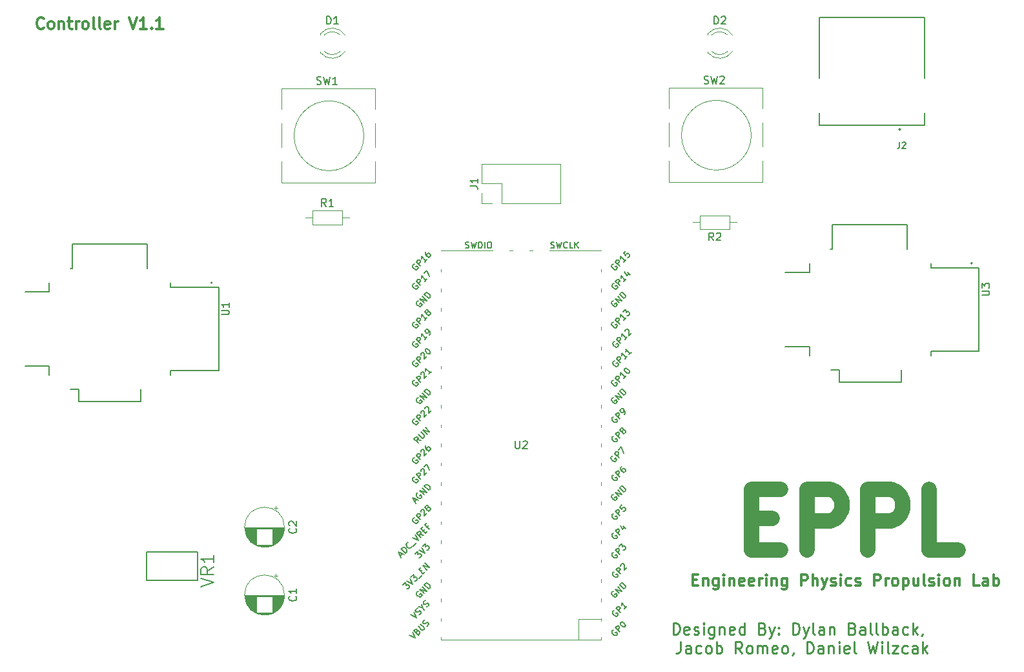
<source format=gbr>
%TF.GenerationSoftware,KiCad,Pcbnew,(5.1.10-1-10_14)*%
%TF.CreationDate,2021-10-16T18:12:32-04:00*%
%TF.ProjectId,Controller_V1,436f6e74-726f-46c6-9c65-725f56312e6b,rev?*%
%TF.SameCoordinates,Original*%
%TF.FileFunction,Legend,Top*%
%TF.FilePolarity,Positive*%
%FSLAX46Y46*%
G04 Gerber Fmt 4.6, Leading zero omitted, Abs format (unit mm)*
G04 Created by KiCad (PCBNEW (5.1.10-1-10_14)) date 2021-10-16 18:12:32*
%MOMM*%
%LPD*%
G01*
G04 APERTURE LIST*
%ADD10C,0.300000*%
%ADD11C,2.000000*%
%ADD12C,0.250000*%
%ADD13C,0.120000*%
%ADD14C,0.200000*%
%ADD15C,0.152400*%
%ADD16C,0.127000*%
%ADD17C,0.150000*%
G04 APERTURE END LIST*
D10*
X112022857Y-53870714D02*
X111951428Y-53942142D01*
X111737142Y-54013571D01*
X111594285Y-54013571D01*
X111380000Y-53942142D01*
X111237142Y-53799285D01*
X111165714Y-53656428D01*
X111094285Y-53370714D01*
X111094285Y-53156428D01*
X111165714Y-52870714D01*
X111237142Y-52727857D01*
X111380000Y-52585000D01*
X111594285Y-52513571D01*
X111737142Y-52513571D01*
X111951428Y-52585000D01*
X112022857Y-52656428D01*
X112880000Y-54013571D02*
X112737142Y-53942142D01*
X112665714Y-53870714D01*
X112594285Y-53727857D01*
X112594285Y-53299285D01*
X112665714Y-53156428D01*
X112737142Y-53085000D01*
X112880000Y-53013571D01*
X113094285Y-53013571D01*
X113237142Y-53085000D01*
X113308571Y-53156428D01*
X113380000Y-53299285D01*
X113380000Y-53727857D01*
X113308571Y-53870714D01*
X113237142Y-53942142D01*
X113094285Y-54013571D01*
X112880000Y-54013571D01*
X114022857Y-53013571D02*
X114022857Y-54013571D01*
X114022857Y-53156428D02*
X114094285Y-53085000D01*
X114237142Y-53013571D01*
X114451428Y-53013571D01*
X114594285Y-53085000D01*
X114665714Y-53227857D01*
X114665714Y-54013571D01*
X115165714Y-53013571D02*
X115737142Y-53013571D01*
X115380000Y-52513571D02*
X115380000Y-53799285D01*
X115451428Y-53942142D01*
X115594285Y-54013571D01*
X115737142Y-54013571D01*
X116237142Y-54013571D02*
X116237142Y-53013571D01*
X116237142Y-53299285D02*
X116308571Y-53156428D01*
X116380000Y-53085000D01*
X116522857Y-53013571D01*
X116665714Y-53013571D01*
X117380000Y-54013571D02*
X117237142Y-53942142D01*
X117165714Y-53870714D01*
X117094285Y-53727857D01*
X117094285Y-53299285D01*
X117165714Y-53156428D01*
X117237142Y-53085000D01*
X117380000Y-53013571D01*
X117594285Y-53013571D01*
X117737142Y-53085000D01*
X117808571Y-53156428D01*
X117880000Y-53299285D01*
X117880000Y-53727857D01*
X117808571Y-53870714D01*
X117737142Y-53942142D01*
X117594285Y-54013571D01*
X117380000Y-54013571D01*
X118737142Y-54013571D02*
X118594285Y-53942142D01*
X118522857Y-53799285D01*
X118522857Y-52513571D01*
X119522857Y-54013571D02*
X119380000Y-53942142D01*
X119308571Y-53799285D01*
X119308571Y-52513571D01*
X120665714Y-53942142D02*
X120522857Y-54013571D01*
X120237142Y-54013571D01*
X120094285Y-53942142D01*
X120022857Y-53799285D01*
X120022857Y-53227857D01*
X120094285Y-53085000D01*
X120237142Y-53013571D01*
X120522857Y-53013571D01*
X120665714Y-53085000D01*
X120737142Y-53227857D01*
X120737142Y-53370714D01*
X120022857Y-53513571D01*
X121380000Y-54013571D02*
X121380000Y-53013571D01*
X121380000Y-53299285D02*
X121451428Y-53156428D01*
X121522857Y-53085000D01*
X121665714Y-53013571D01*
X121808571Y-53013571D01*
X123237142Y-52513571D02*
X123737142Y-54013571D01*
X124237142Y-52513571D01*
X125522857Y-54013571D02*
X124665714Y-54013571D01*
X125094285Y-54013571D02*
X125094285Y-52513571D01*
X124951428Y-52727857D01*
X124808571Y-52870714D01*
X124665714Y-52942142D01*
X126165714Y-53870714D02*
X126237142Y-53942142D01*
X126165714Y-54013571D01*
X126094285Y-53942142D01*
X126165714Y-53870714D01*
X126165714Y-54013571D01*
X127665714Y-54013571D02*
X126808571Y-54013571D01*
X127237142Y-54013571D02*
X127237142Y-52513571D01*
X127094285Y-52727857D01*
X126951428Y-52870714D01*
X126808571Y-52942142D01*
X197134285Y-126257857D02*
X197634285Y-126257857D01*
X197848571Y-127043571D02*
X197134285Y-127043571D01*
X197134285Y-125543571D01*
X197848571Y-125543571D01*
X198491428Y-126043571D02*
X198491428Y-127043571D01*
X198491428Y-126186428D02*
X198562857Y-126115000D01*
X198705714Y-126043571D01*
X198920000Y-126043571D01*
X199062857Y-126115000D01*
X199134285Y-126257857D01*
X199134285Y-127043571D01*
X200491428Y-126043571D02*
X200491428Y-127257857D01*
X200420000Y-127400714D01*
X200348571Y-127472142D01*
X200205714Y-127543571D01*
X199991428Y-127543571D01*
X199848571Y-127472142D01*
X200491428Y-126972142D02*
X200348571Y-127043571D01*
X200062857Y-127043571D01*
X199920000Y-126972142D01*
X199848571Y-126900714D01*
X199777142Y-126757857D01*
X199777142Y-126329285D01*
X199848571Y-126186428D01*
X199920000Y-126115000D01*
X200062857Y-126043571D01*
X200348571Y-126043571D01*
X200491428Y-126115000D01*
X201205714Y-127043571D02*
X201205714Y-126043571D01*
X201205714Y-125543571D02*
X201134285Y-125615000D01*
X201205714Y-125686428D01*
X201277142Y-125615000D01*
X201205714Y-125543571D01*
X201205714Y-125686428D01*
X201920000Y-126043571D02*
X201920000Y-127043571D01*
X201920000Y-126186428D02*
X201991428Y-126115000D01*
X202134285Y-126043571D01*
X202348571Y-126043571D01*
X202491428Y-126115000D01*
X202562857Y-126257857D01*
X202562857Y-127043571D01*
X203848571Y-126972142D02*
X203705714Y-127043571D01*
X203420000Y-127043571D01*
X203277142Y-126972142D01*
X203205714Y-126829285D01*
X203205714Y-126257857D01*
X203277142Y-126115000D01*
X203420000Y-126043571D01*
X203705714Y-126043571D01*
X203848571Y-126115000D01*
X203920000Y-126257857D01*
X203920000Y-126400714D01*
X203205714Y-126543571D01*
X205134285Y-126972142D02*
X204991428Y-127043571D01*
X204705714Y-127043571D01*
X204562857Y-126972142D01*
X204491428Y-126829285D01*
X204491428Y-126257857D01*
X204562857Y-126115000D01*
X204705714Y-126043571D01*
X204991428Y-126043571D01*
X205134285Y-126115000D01*
X205205714Y-126257857D01*
X205205714Y-126400714D01*
X204491428Y-126543571D01*
X205848571Y-127043571D02*
X205848571Y-126043571D01*
X205848571Y-126329285D02*
X205920000Y-126186428D01*
X205991428Y-126115000D01*
X206134285Y-126043571D01*
X206277142Y-126043571D01*
X206777142Y-127043571D02*
X206777142Y-126043571D01*
X206777142Y-125543571D02*
X206705714Y-125615000D01*
X206777142Y-125686428D01*
X206848571Y-125615000D01*
X206777142Y-125543571D01*
X206777142Y-125686428D01*
X207491428Y-126043571D02*
X207491428Y-127043571D01*
X207491428Y-126186428D02*
X207562857Y-126115000D01*
X207705714Y-126043571D01*
X207920000Y-126043571D01*
X208062857Y-126115000D01*
X208134285Y-126257857D01*
X208134285Y-127043571D01*
X209491428Y-126043571D02*
X209491428Y-127257857D01*
X209420000Y-127400714D01*
X209348571Y-127472142D01*
X209205714Y-127543571D01*
X208991428Y-127543571D01*
X208848571Y-127472142D01*
X209491428Y-126972142D02*
X209348571Y-127043571D01*
X209062857Y-127043571D01*
X208920000Y-126972142D01*
X208848571Y-126900714D01*
X208777142Y-126757857D01*
X208777142Y-126329285D01*
X208848571Y-126186428D01*
X208920000Y-126115000D01*
X209062857Y-126043571D01*
X209348571Y-126043571D01*
X209491428Y-126115000D01*
X211348571Y-127043571D02*
X211348571Y-125543571D01*
X211920000Y-125543571D01*
X212062857Y-125615000D01*
X212134285Y-125686428D01*
X212205714Y-125829285D01*
X212205714Y-126043571D01*
X212134285Y-126186428D01*
X212062857Y-126257857D01*
X211920000Y-126329285D01*
X211348571Y-126329285D01*
X212848571Y-127043571D02*
X212848571Y-125543571D01*
X213491428Y-127043571D02*
X213491428Y-126257857D01*
X213420000Y-126115000D01*
X213277142Y-126043571D01*
X213062857Y-126043571D01*
X212920000Y-126115000D01*
X212848571Y-126186428D01*
X214062857Y-126043571D02*
X214420000Y-127043571D01*
X214777142Y-126043571D02*
X214420000Y-127043571D01*
X214277142Y-127400714D01*
X214205714Y-127472142D01*
X214062857Y-127543571D01*
X215277142Y-126972142D02*
X215420000Y-127043571D01*
X215705714Y-127043571D01*
X215848571Y-126972142D01*
X215920000Y-126829285D01*
X215920000Y-126757857D01*
X215848571Y-126615000D01*
X215705714Y-126543571D01*
X215491428Y-126543571D01*
X215348571Y-126472142D01*
X215277142Y-126329285D01*
X215277142Y-126257857D01*
X215348571Y-126115000D01*
X215491428Y-126043571D01*
X215705714Y-126043571D01*
X215848571Y-126115000D01*
X216562857Y-127043571D02*
X216562857Y-126043571D01*
X216562857Y-125543571D02*
X216491428Y-125615000D01*
X216562857Y-125686428D01*
X216634285Y-125615000D01*
X216562857Y-125543571D01*
X216562857Y-125686428D01*
X217920000Y-126972142D02*
X217777142Y-127043571D01*
X217491428Y-127043571D01*
X217348571Y-126972142D01*
X217277142Y-126900714D01*
X217205714Y-126757857D01*
X217205714Y-126329285D01*
X217277142Y-126186428D01*
X217348571Y-126115000D01*
X217491428Y-126043571D01*
X217777142Y-126043571D01*
X217920000Y-126115000D01*
X218491428Y-126972142D02*
X218634285Y-127043571D01*
X218920000Y-127043571D01*
X219062857Y-126972142D01*
X219134285Y-126829285D01*
X219134285Y-126757857D01*
X219062857Y-126615000D01*
X218920000Y-126543571D01*
X218705714Y-126543571D01*
X218562857Y-126472142D01*
X218491428Y-126329285D01*
X218491428Y-126257857D01*
X218562857Y-126115000D01*
X218705714Y-126043571D01*
X218920000Y-126043571D01*
X219062857Y-126115000D01*
X220920000Y-127043571D02*
X220920000Y-125543571D01*
X221491428Y-125543571D01*
X221634285Y-125615000D01*
X221705714Y-125686428D01*
X221777142Y-125829285D01*
X221777142Y-126043571D01*
X221705714Y-126186428D01*
X221634285Y-126257857D01*
X221491428Y-126329285D01*
X220920000Y-126329285D01*
X222420000Y-127043571D02*
X222420000Y-126043571D01*
X222420000Y-126329285D02*
X222491428Y-126186428D01*
X222562857Y-126115000D01*
X222705714Y-126043571D01*
X222848571Y-126043571D01*
X223562857Y-127043571D02*
X223420000Y-126972142D01*
X223348571Y-126900714D01*
X223277142Y-126757857D01*
X223277142Y-126329285D01*
X223348571Y-126186428D01*
X223420000Y-126115000D01*
X223562857Y-126043571D01*
X223777142Y-126043571D01*
X223920000Y-126115000D01*
X223991428Y-126186428D01*
X224062857Y-126329285D01*
X224062857Y-126757857D01*
X223991428Y-126900714D01*
X223920000Y-126972142D01*
X223777142Y-127043571D01*
X223562857Y-127043571D01*
X224705714Y-126043571D02*
X224705714Y-127543571D01*
X224705714Y-126115000D02*
X224848571Y-126043571D01*
X225134285Y-126043571D01*
X225277142Y-126115000D01*
X225348571Y-126186428D01*
X225420000Y-126329285D01*
X225420000Y-126757857D01*
X225348571Y-126900714D01*
X225277142Y-126972142D01*
X225134285Y-127043571D01*
X224848571Y-127043571D01*
X224705714Y-126972142D01*
X226705714Y-126043571D02*
X226705714Y-127043571D01*
X226062857Y-126043571D02*
X226062857Y-126829285D01*
X226134285Y-126972142D01*
X226277142Y-127043571D01*
X226491428Y-127043571D01*
X226634285Y-126972142D01*
X226705714Y-126900714D01*
X227634285Y-127043571D02*
X227491428Y-126972142D01*
X227420000Y-126829285D01*
X227420000Y-125543571D01*
X228134285Y-126972142D02*
X228277142Y-127043571D01*
X228562857Y-127043571D01*
X228705714Y-126972142D01*
X228777142Y-126829285D01*
X228777142Y-126757857D01*
X228705714Y-126615000D01*
X228562857Y-126543571D01*
X228348571Y-126543571D01*
X228205714Y-126472142D01*
X228134285Y-126329285D01*
X228134285Y-126257857D01*
X228205714Y-126115000D01*
X228348571Y-126043571D01*
X228562857Y-126043571D01*
X228705714Y-126115000D01*
X229420000Y-127043571D02*
X229420000Y-126043571D01*
X229420000Y-125543571D02*
X229348571Y-125615000D01*
X229420000Y-125686428D01*
X229491428Y-125615000D01*
X229420000Y-125543571D01*
X229420000Y-125686428D01*
X230348571Y-127043571D02*
X230205714Y-126972142D01*
X230134285Y-126900714D01*
X230062857Y-126757857D01*
X230062857Y-126329285D01*
X230134285Y-126186428D01*
X230205714Y-126115000D01*
X230348571Y-126043571D01*
X230562857Y-126043571D01*
X230705714Y-126115000D01*
X230777142Y-126186428D01*
X230848571Y-126329285D01*
X230848571Y-126757857D01*
X230777142Y-126900714D01*
X230705714Y-126972142D01*
X230562857Y-127043571D01*
X230348571Y-127043571D01*
X231491428Y-126043571D02*
X231491428Y-127043571D01*
X231491428Y-126186428D02*
X231562857Y-126115000D01*
X231705714Y-126043571D01*
X231920000Y-126043571D01*
X232062857Y-126115000D01*
X232134285Y-126257857D01*
X232134285Y-127043571D01*
X234705714Y-127043571D02*
X233991428Y-127043571D01*
X233991428Y-125543571D01*
X235848571Y-127043571D02*
X235848571Y-126257857D01*
X235777142Y-126115000D01*
X235634285Y-126043571D01*
X235348571Y-126043571D01*
X235205714Y-126115000D01*
X235848571Y-126972142D02*
X235705714Y-127043571D01*
X235348571Y-127043571D01*
X235205714Y-126972142D01*
X235134285Y-126829285D01*
X235134285Y-126686428D01*
X235205714Y-126543571D01*
X235348571Y-126472142D01*
X235705714Y-126472142D01*
X235848571Y-126400714D01*
X236562857Y-127043571D02*
X236562857Y-125543571D01*
X236562857Y-126115000D02*
X236705714Y-126043571D01*
X236991428Y-126043571D01*
X237134285Y-126115000D01*
X237205714Y-126186428D01*
X237277142Y-126329285D01*
X237277142Y-126757857D01*
X237205714Y-126900714D01*
X237134285Y-126972142D01*
X236991428Y-127043571D01*
X236705714Y-127043571D01*
X236562857Y-126972142D01*
D11*
X204852619Y-118173571D02*
X207519285Y-118173571D01*
X208662142Y-122364047D02*
X204852619Y-122364047D01*
X204852619Y-114364047D01*
X208662142Y-114364047D01*
X212090714Y-122364047D02*
X212090714Y-114364047D01*
X215138333Y-114364047D01*
X215900238Y-114745000D01*
X216281190Y-115125952D01*
X216662142Y-115887857D01*
X216662142Y-117030714D01*
X216281190Y-117792619D01*
X215900238Y-118173571D01*
X215138333Y-118554523D01*
X212090714Y-118554523D01*
X220090714Y-122364047D02*
X220090714Y-114364047D01*
X223138333Y-114364047D01*
X223900238Y-114745000D01*
X224281190Y-115125952D01*
X224662142Y-115887857D01*
X224662142Y-117030714D01*
X224281190Y-117792619D01*
X223900238Y-118173571D01*
X223138333Y-118554523D01*
X220090714Y-118554523D01*
X231900238Y-122364047D02*
X228090714Y-122364047D01*
X228090714Y-114364047D01*
D12*
X194562142Y-133413571D02*
X194562142Y-131913571D01*
X194919285Y-131913571D01*
X195133571Y-131985000D01*
X195276428Y-132127857D01*
X195347857Y-132270714D01*
X195419285Y-132556428D01*
X195419285Y-132770714D01*
X195347857Y-133056428D01*
X195276428Y-133199285D01*
X195133571Y-133342142D01*
X194919285Y-133413571D01*
X194562142Y-133413571D01*
X196633571Y-133342142D02*
X196490714Y-133413571D01*
X196205000Y-133413571D01*
X196062142Y-133342142D01*
X195990714Y-133199285D01*
X195990714Y-132627857D01*
X196062142Y-132485000D01*
X196205000Y-132413571D01*
X196490714Y-132413571D01*
X196633571Y-132485000D01*
X196705000Y-132627857D01*
X196705000Y-132770714D01*
X195990714Y-132913571D01*
X197276428Y-133342142D02*
X197419285Y-133413571D01*
X197705000Y-133413571D01*
X197847857Y-133342142D01*
X197919285Y-133199285D01*
X197919285Y-133127857D01*
X197847857Y-132985000D01*
X197705000Y-132913571D01*
X197490714Y-132913571D01*
X197347857Y-132842142D01*
X197276428Y-132699285D01*
X197276428Y-132627857D01*
X197347857Y-132485000D01*
X197490714Y-132413571D01*
X197705000Y-132413571D01*
X197847857Y-132485000D01*
X198562142Y-133413571D02*
X198562142Y-132413571D01*
X198562142Y-131913571D02*
X198490714Y-131985000D01*
X198562142Y-132056428D01*
X198633571Y-131985000D01*
X198562142Y-131913571D01*
X198562142Y-132056428D01*
X199919285Y-132413571D02*
X199919285Y-133627857D01*
X199847857Y-133770714D01*
X199776428Y-133842142D01*
X199633571Y-133913571D01*
X199419285Y-133913571D01*
X199276428Y-133842142D01*
X199919285Y-133342142D02*
X199776428Y-133413571D01*
X199490714Y-133413571D01*
X199347857Y-133342142D01*
X199276428Y-133270714D01*
X199205000Y-133127857D01*
X199205000Y-132699285D01*
X199276428Y-132556428D01*
X199347857Y-132485000D01*
X199490714Y-132413571D01*
X199776428Y-132413571D01*
X199919285Y-132485000D01*
X200633571Y-132413571D02*
X200633571Y-133413571D01*
X200633571Y-132556428D02*
X200705000Y-132485000D01*
X200847857Y-132413571D01*
X201062142Y-132413571D01*
X201205000Y-132485000D01*
X201276428Y-132627857D01*
X201276428Y-133413571D01*
X202562142Y-133342142D02*
X202419285Y-133413571D01*
X202133571Y-133413571D01*
X201990714Y-133342142D01*
X201919285Y-133199285D01*
X201919285Y-132627857D01*
X201990714Y-132485000D01*
X202133571Y-132413571D01*
X202419285Y-132413571D01*
X202562142Y-132485000D01*
X202633571Y-132627857D01*
X202633571Y-132770714D01*
X201919285Y-132913571D01*
X203919285Y-133413571D02*
X203919285Y-131913571D01*
X203919285Y-133342142D02*
X203776428Y-133413571D01*
X203490714Y-133413571D01*
X203347857Y-133342142D01*
X203276428Y-133270714D01*
X203205000Y-133127857D01*
X203205000Y-132699285D01*
X203276428Y-132556428D01*
X203347857Y-132485000D01*
X203490714Y-132413571D01*
X203776428Y-132413571D01*
X203919285Y-132485000D01*
X206276428Y-132627857D02*
X206490714Y-132699285D01*
X206562142Y-132770714D01*
X206633571Y-132913571D01*
X206633571Y-133127857D01*
X206562142Y-133270714D01*
X206490714Y-133342142D01*
X206347857Y-133413571D01*
X205776428Y-133413571D01*
X205776428Y-131913571D01*
X206276428Y-131913571D01*
X206419285Y-131985000D01*
X206490714Y-132056428D01*
X206562142Y-132199285D01*
X206562142Y-132342142D01*
X206490714Y-132485000D01*
X206419285Y-132556428D01*
X206276428Y-132627857D01*
X205776428Y-132627857D01*
X207133571Y-132413571D02*
X207490714Y-133413571D01*
X207847857Y-132413571D02*
X207490714Y-133413571D01*
X207347857Y-133770714D01*
X207276428Y-133842142D01*
X207133571Y-133913571D01*
X208419285Y-133270714D02*
X208490714Y-133342142D01*
X208419285Y-133413571D01*
X208347857Y-133342142D01*
X208419285Y-133270714D01*
X208419285Y-133413571D01*
X208419285Y-132485000D02*
X208490714Y-132556428D01*
X208419285Y-132627857D01*
X208347857Y-132556428D01*
X208419285Y-132485000D01*
X208419285Y-132627857D01*
X210276428Y-133413571D02*
X210276428Y-131913571D01*
X210633571Y-131913571D01*
X210847857Y-131985000D01*
X210990714Y-132127857D01*
X211062142Y-132270714D01*
X211133571Y-132556428D01*
X211133571Y-132770714D01*
X211062142Y-133056428D01*
X210990714Y-133199285D01*
X210847857Y-133342142D01*
X210633571Y-133413571D01*
X210276428Y-133413571D01*
X211633571Y-132413571D02*
X211990714Y-133413571D01*
X212347857Y-132413571D02*
X211990714Y-133413571D01*
X211847857Y-133770714D01*
X211776428Y-133842142D01*
X211633571Y-133913571D01*
X213133571Y-133413571D02*
X212990714Y-133342142D01*
X212919285Y-133199285D01*
X212919285Y-131913571D01*
X214347857Y-133413571D02*
X214347857Y-132627857D01*
X214276428Y-132485000D01*
X214133571Y-132413571D01*
X213847857Y-132413571D01*
X213705000Y-132485000D01*
X214347857Y-133342142D02*
X214205000Y-133413571D01*
X213847857Y-133413571D01*
X213705000Y-133342142D01*
X213633571Y-133199285D01*
X213633571Y-133056428D01*
X213705000Y-132913571D01*
X213847857Y-132842142D01*
X214205000Y-132842142D01*
X214347857Y-132770714D01*
X215062142Y-132413571D02*
X215062142Y-133413571D01*
X215062142Y-132556428D02*
X215133571Y-132485000D01*
X215276428Y-132413571D01*
X215490714Y-132413571D01*
X215633571Y-132485000D01*
X215705000Y-132627857D01*
X215705000Y-133413571D01*
X218062142Y-132627857D02*
X218276428Y-132699285D01*
X218347857Y-132770714D01*
X218419285Y-132913571D01*
X218419285Y-133127857D01*
X218347857Y-133270714D01*
X218276428Y-133342142D01*
X218133571Y-133413571D01*
X217562142Y-133413571D01*
X217562142Y-131913571D01*
X218062142Y-131913571D01*
X218205000Y-131985000D01*
X218276428Y-132056428D01*
X218347857Y-132199285D01*
X218347857Y-132342142D01*
X218276428Y-132485000D01*
X218205000Y-132556428D01*
X218062142Y-132627857D01*
X217562142Y-132627857D01*
X219705000Y-133413571D02*
X219705000Y-132627857D01*
X219633571Y-132485000D01*
X219490714Y-132413571D01*
X219205000Y-132413571D01*
X219062142Y-132485000D01*
X219705000Y-133342142D02*
X219562142Y-133413571D01*
X219205000Y-133413571D01*
X219062142Y-133342142D01*
X218990714Y-133199285D01*
X218990714Y-133056428D01*
X219062142Y-132913571D01*
X219205000Y-132842142D01*
X219562142Y-132842142D01*
X219705000Y-132770714D01*
X220633571Y-133413571D02*
X220490714Y-133342142D01*
X220419285Y-133199285D01*
X220419285Y-131913571D01*
X221419285Y-133413571D02*
X221276428Y-133342142D01*
X221205000Y-133199285D01*
X221205000Y-131913571D01*
X221990714Y-133413571D02*
X221990714Y-131913571D01*
X221990714Y-132485000D02*
X222133571Y-132413571D01*
X222419285Y-132413571D01*
X222562142Y-132485000D01*
X222633571Y-132556428D01*
X222705000Y-132699285D01*
X222705000Y-133127857D01*
X222633571Y-133270714D01*
X222562142Y-133342142D01*
X222419285Y-133413571D01*
X222133571Y-133413571D01*
X221990714Y-133342142D01*
X223990714Y-133413571D02*
X223990714Y-132627857D01*
X223919285Y-132485000D01*
X223776428Y-132413571D01*
X223490714Y-132413571D01*
X223347857Y-132485000D01*
X223990714Y-133342142D02*
X223847857Y-133413571D01*
X223490714Y-133413571D01*
X223347857Y-133342142D01*
X223276428Y-133199285D01*
X223276428Y-133056428D01*
X223347857Y-132913571D01*
X223490714Y-132842142D01*
X223847857Y-132842142D01*
X223990714Y-132770714D01*
X225347857Y-133342142D02*
X225205000Y-133413571D01*
X224919285Y-133413571D01*
X224776428Y-133342142D01*
X224705000Y-133270714D01*
X224633571Y-133127857D01*
X224633571Y-132699285D01*
X224705000Y-132556428D01*
X224776428Y-132485000D01*
X224919285Y-132413571D01*
X225205000Y-132413571D01*
X225347857Y-132485000D01*
X225990714Y-133413571D02*
X225990714Y-131913571D01*
X226133571Y-132842142D02*
X226562142Y-133413571D01*
X226562142Y-132413571D02*
X225990714Y-132985000D01*
X227276428Y-133342142D02*
X227276428Y-133413571D01*
X227205000Y-133556428D01*
X227133571Y-133627857D01*
X195526428Y-134413571D02*
X195526428Y-135485000D01*
X195454999Y-135699285D01*
X195312142Y-135842142D01*
X195097857Y-135913571D01*
X194954999Y-135913571D01*
X196883571Y-135913571D02*
X196883571Y-135127857D01*
X196812142Y-134985000D01*
X196669285Y-134913571D01*
X196383571Y-134913571D01*
X196240714Y-134985000D01*
X196883571Y-135842142D02*
X196740714Y-135913571D01*
X196383571Y-135913571D01*
X196240714Y-135842142D01*
X196169285Y-135699285D01*
X196169285Y-135556428D01*
X196240714Y-135413571D01*
X196383571Y-135342142D01*
X196740714Y-135342142D01*
X196883571Y-135270714D01*
X198240714Y-135842142D02*
X198097857Y-135913571D01*
X197812142Y-135913571D01*
X197669285Y-135842142D01*
X197597857Y-135770714D01*
X197526428Y-135627857D01*
X197526428Y-135199285D01*
X197597857Y-135056428D01*
X197669285Y-134985000D01*
X197812142Y-134913571D01*
X198097857Y-134913571D01*
X198240714Y-134985000D01*
X199097857Y-135913571D02*
X198954999Y-135842142D01*
X198883571Y-135770714D01*
X198812142Y-135627857D01*
X198812142Y-135199285D01*
X198883571Y-135056428D01*
X198954999Y-134985000D01*
X199097857Y-134913571D01*
X199312142Y-134913571D01*
X199454999Y-134985000D01*
X199526428Y-135056428D01*
X199597857Y-135199285D01*
X199597857Y-135627857D01*
X199526428Y-135770714D01*
X199454999Y-135842142D01*
X199312142Y-135913571D01*
X199097857Y-135913571D01*
X200240714Y-135913571D02*
X200240714Y-134413571D01*
X200240714Y-134985000D02*
X200383571Y-134913571D01*
X200669285Y-134913571D01*
X200812142Y-134985000D01*
X200883571Y-135056428D01*
X200954999Y-135199285D01*
X200954999Y-135627857D01*
X200883571Y-135770714D01*
X200812142Y-135842142D01*
X200669285Y-135913571D01*
X200383571Y-135913571D01*
X200240714Y-135842142D01*
X203597857Y-135913571D02*
X203097857Y-135199285D01*
X202740714Y-135913571D02*
X202740714Y-134413571D01*
X203312142Y-134413571D01*
X203454999Y-134485000D01*
X203526428Y-134556428D01*
X203597857Y-134699285D01*
X203597857Y-134913571D01*
X203526428Y-135056428D01*
X203454999Y-135127857D01*
X203312142Y-135199285D01*
X202740714Y-135199285D01*
X204454999Y-135913571D02*
X204312142Y-135842142D01*
X204240714Y-135770714D01*
X204169285Y-135627857D01*
X204169285Y-135199285D01*
X204240714Y-135056428D01*
X204312142Y-134985000D01*
X204454999Y-134913571D01*
X204669285Y-134913571D01*
X204812142Y-134985000D01*
X204883571Y-135056428D01*
X204954999Y-135199285D01*
X204954999Y-135627857D01*
X204883571Y-135770714D01*
X204812142Y-135842142D01*
X204669285Y-135913571D01*
X204454999Y-135913571D01*
X205597857Y-135913571D02*
X205597857Y-134913571D01*
X205597857Y-135056428D02*
X205669285Y-134985000D01*
X205812142Y-134913571D01*
X206026428Y-134913571D01*
X206169285Y-134985000D01*
X206240714Y-135127857D01*
X206240714Y-135913571D01*
X206240714Y-135127857D02*
X206312142Y-134985000D01*
X206454999Y-134913571D01*
X206669285Y-134913571D01*
X206812142Y-134985000D01*
X206883571Y-135127857D01*
X206883571Y-135913571D01*
X208169285Y-135842142D02*
X208026428Y-135913571D01*
X207740714Y-135913571D01*
X207597857Y-135842142D01*
X207526428Y-135699285D01*
X207526428Y-135127857D01*
X207597857Y-134985000D01*
X207740714Y-134913571D01*
X208026428Y-134913571D01*
X208169285Y-134985000D01*
X208240714Y-135127857D01*
X208240714Y-135270714D01*
X207526428Y-135413571D01*
X209097857Y-135913571D02*
X208954999Y-135842142D01*
X208883571Y-135770714D01*
X208812142Y-135627857D01*
X208812142Y-135199285D01*
X208883571Y-135056428D01*
X208954999Y-134985000D01*
X209097857Y-134913571D01*
X209312142Y-134913571D01*
X209454999Y-134985000D01*
X209526428Y-135056428D01*
X209597857Y-135199285D01*
X209597857Y-135627857D01*
X209526428Y-135770714D01*
X209454999Y-135842142D01*
X209312142Y-135913571D01*
X209097857Y-135913571D01*
X210312142Y-135842142D02*
X210312142Y-135913571D01*
X210240714Y-136056428D01*
X210169285Y-136127857D01*
X212097857Y-135913571D02*
X212097857Y-134413571D01*
X212454999Y-134413571D01*
X212669285Y-134485000D01*
X212812142Y-134627857D01*
X212883571Y-134770714D01*
X212954999Y-135056428D01*
X212954999Y-135270714D01*
X212883571Y-135556428D01*
X212812142Y-135699285D01*
X212669285Y-135842142D01*
X212454999Y-135913571D01*
X212097857Y-135913571D01*
X214240714Y-135913571D02*
X214240714Y-135127857D01*
X214169285Y-134985000D01*
X214026428Y-134913571D01*
X213740714Y-134913571D01*
X213597857Y-134985000D01*
X214240714Y-135842142D02*
X214097857Y-135913571D01*
X213740714Y-135913571D01*
X213597857Y-135842142D01*
X213526428Y-135699285D01*
X213526428Y-135556428D01*
X213597857Y-135413571D01*
X213740714Y-135342142D01*
X214097857Y-135342142D01*
X214240714Y-135270714D01*
X214954999Y-134913571D02*
X214954999Y-135913571D01*
X214954999Y-135056428D02*
X215026428Y-134985000D01*
X215169285Y-134913571D01*
X215383571Y-134913571D01*
X215526428Y-134985000D01*
X215597857Y-135127857D01*
X215597857Y-135913571D01*
X216312142Y-135913571D02*
X216312142Y-134913571D01*
X216312142Y-134413571D02*
X216240714Y-134485000D01*
X216312142Y-134556428D01*
X216383571Y-134485000D01*
X216312142Y-134413571D01*
X216312142Y-134556428D01*
X217597857Y-135842142D02*
X217454999Y-135913571D01*
X217169285Y-135913571D01*
X217026428Y-135842142D01*
X216954999Y-135699285D01*
X216954999Y-135127857D01*
X217026428Y-134985000D01*
X217169285Y-134913571D01*
X217454999Y-134913571D01*
X217597857Y-134985000D01*
X217669285Y-135127857D01*
X217669285Y-135270714D01*
X216954999Y-135413571D01*
X218526428Y-135913571D02*
X218383571Y-135842142D01*
X218312142Y-135699285D01*
X218312142Y-134413571D01*
X220097857Y-134413571D02*
X220454999Y-135913571D01*
X220740714Y-134842142D01*
X221026428Y-135913571D01*
X221383571Y-134413571D01*
X221954999Y-135913571D02*
X221954999Y-134913571D01*
X221954999Y-134413571D02*
X221883571Y-134485000D01*
X221954999Y-134556428D01*
X222026428Y-134485000D01*
X221954999Y-134413571D01*
X221954999Y-134556428D01*
X222883571Y-135913571D02*
X222740714Y-135842142D01*
X222669285Y-135699285D01*
X222669285Y-134413571D01*
X223312142Y-134913571D02*
X224097857Y-134913571D01*
X223312142Y-135913571D01*
X224097857Y-135913571D01*
X225312142Y-135842142D02*
X225169285Y-135913571D01*
X224883571Y-135913571D01*
X224740714Y-135842142D01*
X224669285Y-135770714D01*
X224597857Y-135627857D01*
X224597857Y-135199285D01*
X224669285Y-135056428D01*
X224740714Y-134985000D01*
X224883571Y-134913571D01*
X225169285Y-134913571D01*
X225312142Y-134985000D01*
X226597857Y-135913571D02*
X226597857Y-135127857D01*
X226526428Y-134985000D01*
X226383571Y-134913571D01*
X226097857Y-134913571D01*
X225954999Y-134985000D01*
X226597857Y-135842142D02*
X226454999Y-135913571D01*
X226097857Y-135913571D01*
X225954999Y-135842142D01*
X225883571Y-135699285D01*
X225883571Y-135556428D01*
X225954999Y-135413571D01*
X226097857Y-135342142D01*
X226454999Y-135342142D01*
X226597857Y-135270714D01*
X227312142Y-135913571D02*
X227312142Y-134413571D01*
X227454999Y-135342142D02*
X227883571Y-135913571D01*
X227883571Y-134913571D02*
X227312142Y-135485000D01*
D13*
%TO.C,SW2*%
X193975000Y-61755000D02*
X206275000Y-61755000D01*
X206275000Y-66335000D02*
X206275000Y-69475000D01*
X206275000Y-74055000D02*
X193975000Y-74055000D01*
X193975000Y-64475000D02*
X193975000Y-61755000D01*
X204804050Y-67945000D02*
G75*
G03*
X204804050Y-67945000I-4579050J0D01*
G01*
X193975000Y-74055000D02*
X193975000Y-71335000D01*
X193975000Y-69475000D02*
X193975000Y-66335000D01*
X206275000Y-71335000D02*
X206275000Y-74055000D01*
X206275000Y-61755000D02*
X206275000Y-64475000D01*
%TO.C,SW1*%
X143175000Y-61835000D02*
X155475000Y-61835000D01*
X155475000Y-66415000D02*
X155475000Y-69555000D01*
X155475000Y-74135000D02*
X143175000Y-74135000D01*
X143175000Y-64555000D02*
X143175000Y-61835000D01*
X154004050Y-68025000D02*
G75*
G03*
X154004050Y-68025000I-4579050J0D01*
G01*
X143175000Y-74135000D02*
X143175000Y-71415000D01*
X143175000Y-69555000D02*
X143175000Y-66415000D01*
X155475000Y-71415000D02*
X155475000Y-74135000D01*
X155475000Y-61835000D02*
X155475000Y-64555000D01*
%TO.C,R2*%
X201945000Y-80295000D02*
X201945000Y-78455000D01*
X201945000Y-78455000D02*
X198105000Y-78455000D01*
X198105000Y-78455000D02*
X198105000Y-80295000D01*
X198105000Y-80295000D02*
X201945000Y-80295000D01*
X202895000Y-79375000D02*
X201945000Y-79375000D01*
X197155000Y-79375000D02*
X198105000Y-79375000D01*
%TO.C,R1*%
X147305000Y-77820000D02*
X147305000Y-79660000D01*
X147305000Y-79660000D02*
X151145000Y-79660000D01*
X151145000Y-79660000D02*
X151145000Y-77820000D01*
X151145000Y-77820000D02*
X147305000Y-77820000D01*
X146355000Y-78740000D02*
X147305000Y-78740000D01*
X152095000Y-78740000D02*
X151145000Y-78740000D01*
D14*
%TO.C,J2*%
X224358400Y-67188800D02*
G75*
G03*
X224358400Y-67188800I-100000J0D01*
G01*
X213758400Y-66668800D02*
X227558400Y-66668800D01*
X227558400Y-52508800D02*
X213758400Y-52508800D01*
X227558400Y-66668800D02*
X227558400Y-65008800D01*
X227558400Y-60418800D02*
X227558400Y-52508800D01*
X213758400Y-66668800D02*
X213758400Y-65008800D01*
X213758400Y-60418800D02*
X213758400Y-52508800D01*
D13*
%TO.C,D2*%
X199100000Y-54644000D02*
X199100000Y-54800000D01*
X199100000Y-56960000D02*
X199100000Y-57116000D01*
X201701130Y-56959837D02*
G75*
G02*
X199619039Y-56960000I-1041130J1079837D01*
G01*
X201701130Y-54800163D02*
G75*
G03*
X199619039Y-54800000I-1041130J-1079837D01*
G01*
X202332335Y-56958608D02*
G75*
G02*
X199100000Y-57115516I-1672335J1078608D01*
G01*
X202332335Y-54801392D02*
G75*
G03*
X199100000Y-54644484I-1672335J-1078608D01*
G01*
%TO.C,D1*%
X148300000Y-54644000D02*
X148300000Y-54800000D01*
X148300000Y-56960000D02*
X148300000Y-57116000D01*
X150901130Y-56959837D02*
G75*
G02*
X148819039Y-56960000I-1041130J1079837D01*
G01*
X150901130Y-54800163D02*
G75*
G03*
X148819039Y-54800000I-1041130J-1079837D01*
G01*
X151532335Y-56958608D02*
G75*
G02*
X148300000Y-57115516I-1672335J1078608D01*
G01*
X151532335Y-54801392D02*
G75*
G03*
X148300000Y-54644484I-1672335J-1078608D01*
G01*
%TO.C,U2*%
X185125000Y-134085000D02*
X164125000Y-134085000D01*
X178325000Y-83085000D02*
X185125000Y-83085000D01*
X185125000Y-131418000D02*
X182118000Y-131418000D01*
X182118000Y-131418000D02*
X182118000Y-134085000D01*
X185125000Y-134085000D02*
X185125000Y-133785000D01*
X185125000Y-131685000D02*
X185125000Y-131285000D01*
X185125000Y-129085000D02*
X185125000Y-128685000D01*
X185125000Y-126585000D02*
X185125000Y-126185000D01*
X185125000Y-123985000D02*
X185125000Y-123585000D01*
X185125000Y-121485000D02*
X185125000Y-121085000D01*
X185125000Y-118985000D02*
X185125000Y-118585000D01*
X185125000Y-116385000D02*
X185125000Y-115985000D01*
X185125000Y-113885000D02*
X185125000Y-113485000D01*
X185125000Y-111285000D02*
X185125000Y-110885000D01*
X185125000Y-108785000D02*
X185125000Y-108385000D01*
X185125000Y-106285000D02*
X185125000Y-105885000D01*
X185125000Y-103685000D02*
X185125000Y-103285000D01*
X185125000Y-101185000D02*
X185125000Y-100785000D01*
X185125000Y-98585000D02*
X185125000Y-98185000D01*
X185125000Y-96085000D02*
X185125000Y-95685000D01*
X185125000Y-93485000D02*
X185125000Y-93085000D01*
X185125000Y-90985000D02*
X185125000Y-90585000D01*
X185125000Y-88485000D02*
X185125000Y-88085000D01*
X185125000Y-85885000D02*
X185125000Y-85485000D01*
X164125000Y-118985000D02*
X164125000Y-118585000D01*
X164125000Y-113885000D02*
X164125000Y-113485000D01*
X164125000Y-106285000D02*
X164125000Y-105885000D01*
X164125000Y-98585000D02*
X164125000Y-98185000D01*
X164125000Y-129085000D02*
X164125000Y-128685000D01*
X164125000Y-131685000D02*
X164125000Y-131285000D01*
X164125000Y-123985000D02*
X164125000Y-123585000D01*
X164125000Y-90985000D02*
X164125000Y-90585000D01*
X164125000Y-85885000D02*
X164125000Y-85485000D01*
X164125000Y-88485000D02*
X164125000Y-88085000D01*
X164125000Y-103685000D02*
X164125000Y-103285000D01*
X164125000Y-108785000D02*
X164125000Y-108385000D01*
X164125000Y-121485000D02*
X164125000Y-121085000D01*
X164125000Y-116385000D02*
X164125000Y-115985000D01*
X164125000Y-96085000D02*
X164125000Y-95685000D01*
X164125000Y-111285000D02*
X164125000Y-110885000D01*
X164125000Y-134085000D02*
X164125000Y-133785000D01*
X164125000Y-126585000D02*
X164125000Y-126185000D01*
X164125000Y-101185000D02*
X164125000Y-100785000D01*
X164125000Y-93485000D02*
X164125000Y-93085000D01*
X164125000Y-83085000D02*
X170925000Y-83085000D01*
X176125000Y-83085000D02*
X175725000Y-83085000D01*
X173525000Y-83085000D02*
X173125000Y-83085000D01*
D15*
%TO.C,VR1*%
X125526800Y-122605800D02*
X125526800Y-126314200D01*
X125526800Y-126314200D02*
X132232400Y-126314200D01*
X132232400Y-126314200D02*
X132232400Y-122605800D01*
X132232400Y-122605800D02*
X125526800Y-122605800D01*
D13*
%TO.C,C2*%
X143590000Y-119360000D02*
G75*
G03*
X143590000Y-119360000I-2620000J0D01*
G01*
X143550000Y-119360000D02*
X138390000Y-119360000D01*
X143550000Y-119400000D02*
X138390000Y-119400000D01*
X143549000Y-119440000D02*
X138391000Y-119440000D01*
X143548000Y-119480000D02*
X138392000Y-119480000D01*
X143546000Y-119520000D02*
X138394000Y-119520000D01*
X143543000Y-119560000D02*
X138397000Y-119560000D01*
X143539000Y-119600000D02*
X142010000Y-119600000D01*
X139930000Y-119600000D02*
X138401000Y-119600000D01*
X143535000Y-119640000D02*
X142010000Y-119640000D01*
X139930000Y-119640000D02*
X138405000Y-119640000D01*
X143531000Y-119680000D02*
X142010000Y-119680000D01*
X139930000Y-119680000D02*
X138409000Y-119680000D01*
X143526000Y-119720000D02*
X142010000Y-119720000D01*
X139930000Y-119720000D02*
X138414000Y-119720000D01*
X143520000Y-119760000D02*
X142010000Y-119760000D01*
X139930000Y-119760000D02*
X138420000Y-119760000D01*
X143513000Y-119800000D02*
X142010000Y-119800000D01*
X139930000Y-119800000D02*
X138427000Y-119800000D01*
X143506000Y-119840000D02*
X142010000Y-119840000D01*
X139930000Y-119840000D02*
X138434000Y-119840000D01*
X143498000Y-119880000D02*
X142010000Y-119880000D01*
X139930000Y-119880000D02*
X138442000Y-119880000D01*
X143490000Y-119920000D02*
X142010000Y-119920000D01*
X139930000Y-119920000D02*
X138450000Y-119920000D01*
X143481000Y-119960000D02*
X142010000Y-119960000D01*
X139930000Y-119960000D02*
X138459000Y-119960000D01*
X143471000Y-120000000D02*
X142010000Y-120000000D01*
X139930000Y-120000000D02*
X138469000Y-120000000D01*
X143461000Y-120040000D02*
X142010000Y-120040000D01*
X139930000Y-120040000D02*
X138479000Y-120040000D01*
X143450000Y-120081000D02*
X142010000Y-120081000D01*
X139930000Y-120081000D02*
X138490000Y-120081000D01*
X143438000Y-120121000D02*
X142010000Y-120121000D01*
X139930000Y-120121000D02*
X138502000Y-120121000D01*
X143425000Y-120161000D02*
X142010000Y-120161000D01*
X139930000Y-120161000D02*
X138515000Y-120161000D01*
X143412000Y-120201000D02*
X142010000Y-120201000D01*
X139930000Y-120201000D02*
X138528000Y-120201000D01*
X143398000Y-120241000D02*
X142010000Y-120241000D01*
X139930000Y-120241000D02*
X138542000Y-120241000D01*
X143384000Y-120281000D02*
X142010000Y-120281000D01*
X139930000Y-120281000D02*
X138556000Y-120281000D01*
X143368000Y-120321000D02*
X142010000Y-120321000D01*
X139930000Y-120321000D02*
X138572000Y-120321000D01*
X143352000Y-120361000D02*
X142010000Y-120361000D01*
X139930000Y-120361000D02*
X138588000Y-120361000D01*
X143335000Y-120401000D02*
X142010000Y-120401000D01*
X139930000Y-120401000D02*
X138605000Y-120401000D01*
X143318000Y-120441000D02*
X142010000Y-120441000D01*
X139930000Y-120441000D02*
X138622000Y-120441000D01*
X143299000Y-120481000D02*
X142010000Y-120481000D01*
X139930000Y-120481000D02*
X138641000Y-120481000D01*
X143280000Y-120521000D02*
X142010000Y-120521000D01*
X139930000Y-120521000D02*
X138660000Y-120521000D01*
X143260000Y-120561000D02*
X142010000Y-120561000D01*
X139930000Y-120561000D02*
X138680000Y-120561000D01*
X143238000Y-120601000D02*
X142010000Y-120601000D01*
X139930000Y-120601000D02*
X138702000Y-120601000D01*
X143217000Y-120641000D02*
X142010000Y-120641000D01*
X139930000Y-120641000D02*
X138723000Y-120641000D01*
X143194000Y-120681000D02*
X142010000Y-120681000D01*
X139930000Y-120681000D02*
X138746000Y-120681000D01*
X143170000Y-120721000D02*
X142010000Y-120721000D01*
X139930000Y-120721000D02*
X138770000Y-120721000D01*
X143145000Y-120761000D02*
X142010000Y-120761000D01*
X139930000Y-120761000D02*
X138795000Y-120761000D01*
X143119000Y-120801000D02*
X142010000Y-120801000D01*
X139930000Y-120801000D02*
X138821000Y-120801000D01*
X143092000Y-120841000D02*
X142010000Y-120841000D01*
X139930000Y-120841000D02*
X138848000Y-120841000D01*
X143065000Y-120881000D02*
X142010000Y-120881000D01*
X139930000Y-120881000D02*
X138875000Y-120881000D01*
X143035000Y-120921000D02*
X142010000Y-120921000D01*
X139930000Y-120921000D02*
X138905000Y-120921000D01*
X143005000Y-120961000D02*
X142010000Y-120961000D01*
X139930000Y-120961000D02*
X138935000Y-120961000D01*
X142974000Y-121001000D02*
X142010000Y-121001000D01*
X139930000Y-121001000D02*
X138966000Y-121001000D01*
X142941000Y-121041000D02*
X142010000Y-121041000D01*
X139930000Y-121041000D02*
X138999000Y-121041000D01*
X142907000Y-121081000D02*
X142010000Y-121081000D01*
X139930000Y-121081000D02*
X139033000Y-121081000D01*
X142871000Y-121121000D02*
X142010000Y-121121000D01*
X139930000Y-121121000D02*
X139069000Y-121121000D01*
X142834000Y-121161000D02*
X142010000Y-121161000D01*
X139930000Y-121161000D02*
X139106000Y-121161000D01*
X142796000Y-121201000D02*
X142010000Y-121201000D01*
X139930000Y-121201000D02*
X139144000Y-121201000D01*
X142755000Y-121241000D02*
X142010000Y-121241000D01*
X139930000Y-121241000D02*
X139185000Y-121241000D01*
X142713000Y-121281000D02*
X142010000Y-121281000D01*
X139930000Y-121281000D02*
X139227000Y-121281000D01*
X142669000Y-121321000D02*
X142010000Y-121321000D01*
X139930000Y-121321000D02*
X139271000Y-121321000D01*
X142623000Y-121361000D02*
X142010000Y-121361000D01*
X139930000Y-121361000D02*
X139317000Y-121361000D01*
X142575000Y-121401000D02*
X142010000Y-121401000D01*
X139930000Y-121401000D02*
X139365000Y-121401000D01*
X142524000Y-121441000D02*
X142010000Y-121441000D01*
X139930000Y-121441000D02*
X139416000Y-121441000D01*
X142470000Y-121481000D02*
X142010000Y-121481000D01*
X139930000Y-121481000D02*
X139470000Y-121481000D01*
X142413000Y-121521000D02*
X142010000Y-121521000D01*
X139930000Y-121521000D02*
X139527000Y-121521000D01*
X142353000Y-121561000D02*
X142010000Y-121561000D01*
X139930000Y-121561000D02*
X139587000Y-121561000D01*
X142289000Y-121601000D02*
X142010000Y-121601000D01*
X139930000Y-121601000D02*
X139651000Y-121601000D01*
X142221000Y-121641000D02*
X142010000Y-121641000D01*
X139930000Y-121641000D02*
X139719000Y-121641000D01*
X142148000Y-121681000D02*
X139792000Y-121681000D01*
X142068000Y-121721000D02*
X139872000Y-121721000D01*
X141981000Y-121761000D02*
X139959000Y-121761000D01*
X141885000Y-121801000D02*
X140055000Y-121801000D01*
X141775000Y-121841000D02*
X140165000Y-121841000D01*
X141647000Y-121881000D02*
X140293000Y-121881000D01*
X141488000Y-121921000D02*
X140452000Y-121921000D01*
X141254000Y-121961000D02*
X140686000Y-121961000D01*
X142445000Y-116555225D02*
X142445000Y-117055225D01*
X142695000Y-116805225D02*
X142195000Y-116805225D01*
%TO.C,C1*%
X143590000Y-128250000D02*
G75*
G03*
X143590000Y-128250000I-2620000J0D01*
G01*
X143550000Y-128250000D02*
X138390000Y-128250000D01*
X143550000Y-128290000D02*
X138390000Y-128290000D01*
X143549000Y-128330000D02*
X138391000Y-128330000D01*
X143548000Y-128370000D02*
X138392000Y-128370000D01*
X143546000Y-128410000D02*
X138394000Y-128410000D01*
X143543000Y-128450000D02*
X138397000Y-128450000D01*
X143539000Y-128490000D02*
X142010000Y-128490000D01*
X139930000Y-128490000D02*
X138401000Y-128490000D01*
X143535000Y-128530000D02*
X142010000Y-128530000D01*
X139930000Y-128530000D02*
X138405000Y-128530000D01*
X143531000Y-128570000D02*
X142010000Y-128570000D01*
X139930000Y-128570000D02*
X138409000Y-128570000D01*
X143526000Y-128610000D02*
X142010000Y-128610000D01*
X139930000Y-128610000D02*
X138414000Y-128610000D01*
X143520000Y-128650000D02*
X142010000Y-128650000D01*
X139930000Y-128650000D02*
X138420000Y-128650000D01*
X143513000Y-128690000D02*
X142010000Y-128690000D01*
X139930000Y-128690000D02*
X138427000Y-128690000D01*
X143506000Y-128730000D02*
X142010000Y-128730000D01*
X139930000Y-128730000D02*
X138434000Y-128730000D01*
X143498000Y-128770000D02*
X142010000Y-128770000D01*
X139930000Y-128770000D02*
X138442000Y-128770000D01*
X143490000Y-128810000D02*
X142010000Y-128810000D01*
X139930000Y-128810000D02*
X138450000Y-128810000D01*
X143481000Y-128850000D02*
X142010000Y-128850000D01*
X139930000Y-128850000D02*
X138459000Y-128850000D01*
X143471000Y-128890000D02*
X142010000Y-128890000D01*
X139930000Y-128890000D02*
X138469000Y-128890000D01*
X143461000Y-128930000D02*
X142010000Y-128930000D01*
X139930000Y-128930000D02*
X138479000Y-128930000D01*
X143450000Y-128971000D02*
X142010000Y-128971000D01*
X139930000Y-128971000D02*
X138490000Y-128971000D01*
X143438000Y-129011000D02*
X142010000Y-129011000D01*
X139930000Y-129011000D02*
X138502000Y-129011000D01*
X143425000Y-129051000D02*
X142010000Y-129051000D01*
X139930000Y-129051000D02*
X138515000Y-129051000D01*
X143412000Y-129091000D02*
X142010000Y-129091000D01*
X139930000Y-129091000D02*
X138528000Y-129091000D01*
X143398000Y-129131000D02*
X142010000Y-129131000D01*
X139930000Y-129131000D02*
X138542000Y-129131000D01*
X143384000Y-129171000D02*
X142010000Y-129171000D01*
X139930000Y-129171000D02*
X138556000Y-129171000D01*
X143368000Y-129211000D02*
X142010000Y-129211000D01*
X139930000Y-129211000D02*
X138572000Y-129211000D01*
X143352000Y-129251000D02*
X142010000Y-129251000D01*
X139930000Y-129251000D02*
X138588000Y-129251000D01*
X143335000Y-129291000D02*
X142010000Y-129291000D01*
X139930000Y-129291000D02*
X138605000Y-129291000D01*
X143318000Y-129331000D02*
X142010000Y-129331000D01*
X139930000Y-129331000D02*
X138622000Y-129331000D01*
X143299000Y-129371000D02*
X142010000Y-129371000D01*
X139930000Y-129371000D02*
X138641000Y-129371000D01*
X143280000Y-129411000D02*
X142010000Y-129411000D01*
X139930000Y-129411000D02*
X138660000Y-129411000D01*
X143260000Y-129451000D02*
X142010000Y-129451000D01*
X139930000Y-129451000D02*
X138680000Y-129451000D01*
X143238000Y-129491000D02*
X142010000Y-129491000D01*
X139930000Y-129491000D02*
X138702000Y-129491000D01*
X143217000Y-129531000D02*
X142010000Y-129531000D01*
X139930000Y-129531000D02*
X138723000Y-129531000D01*
X143194000Y-129571000D02*
X142010000Y-129571000D01*
X139930000Y-129571000D02*
X138746000Y-129571000D01*
X143170000Y-129611000D02*
X142010000Y-129611000D01*
X139930000Y-129611000D02*
X138770000Y-129611000D01*
X143145000Y-129651000D02*
X142010000Y-129651000D01*
X139930000Y-129651000D02*
X138795000Y-129651000D01*
X143119000Y-129691000D02*
X142010000Y-129691000D01*
X139930000Y-129691000D02*
X138821000Y-129691000D01*
X143092000Y-129731000D02*
X142010000Y-129731000D01*
X139930000Y-129731000D02*
X138848000Y-129731000D01*
X143065000Y-129771000D02*
X142010000Y-129771000D01*
X139930000Y-129771000D02*
X138875000Y-129771000D01*
X143035000Y-129811000D02*
X142010000Y-129811000D01*
X139930000Y-129811000D02*
X138905000Y-129811000D01*
X143005000Y-129851000D02*
X142010000Y-129851000D01*
X139930000Y-129851000D02*
X138935000Y-129851000D01*
X142974000Y-129891000D02*
X142010000Y-129891000D01*
X139930000Y-129891000D02*
X138966000Y-129891000D01*
X142941000Y-129931000D02*
X142010000Y-129931000D01*
X139930000Y-129931000D02*
X138999000Y-129931000D01*
X142907000Y-129971000D02*
X142010000Y-129971000D01*
X139930000Y-129971000D02*
X139033000Y-129971000D01*
X142871000Y-130011000D02*
X142010000Y-130011000D01*
X139930000Y-130011000D02*
X139069000Y-130011000D01*
X142834000Y-130051000D02*
X142010000Y-130051000D01*
X139930000Y-130051000D02*
X139106000Y-130051000D01*
X142796000Y-130091000D02*
X142010000Y-130091000D01*
X139930000Y-130091000D02*
X139144000Y-130091000D01*
X142755000Y-130131000D02*
X142010000Y-130131000D01*
X139930000Y-130131000D02*
X139185000Y-130131000D01*
X142713000Y-130171000D02*
X142010000Y-130171000D01*
X139930000Y-130171000D02*
X139227000Y-130171000D01*
X142669000Y-130211000D02*
X142010000Y-130211000D01*
X139930000Y-130211000D02*
X139271000Y-130211000D01*
X142623000Y-130251000D02*
X142010000Y-130251000D01*
X139930000Y-130251000D02*
X139317000Y-130251000D01*
X142575000Y-130291000D02*
X142010000Y-130291000D01*
X139930000Y-130291000D02*
X139365000Y-130291000D01*
X142524000Y-130331000D02*
X142010000Y-130331000D01*
X139930000Y-130331000D02*
X139416000Y-130331000D01*
X142470000Y-130371000D02*
X142010000Y-130371000D01*
X139930000Y-130371000D02*
X139470000Y-130371000D01*
X142413000Y-130411000D02*
X142010000Y-130411000D01*
X139930000Y-130411000D02*
X139527000Y-130411000D01*
X142353000Y-130451000D02*
X142010000Y-130451000D01*
X139930000Y-130451000D02*
X139587000Y-130451000D01*
X142289000Y-130491000D02*
X142010000Y-130491000D01*
X139930000Y-130491000D02*
X139651000Y-130491000D01*
X142221000Y-130531000D02*
X142010000Y-130531000D01*
X139930000Y-130531000D02*
X139719000Y-130531000D01*
X142148000Y-130571000D02*
X139792000Y-130571000D01*
X142068000Y-130611000D02*
X139872000Y-130611000D01*
X141981000Y-130651000D02*
X139959000Y-130651000D01*
X141885000Y-130691000D02*
X140055000Y-130691000D01*
X141775000Y-130731000D02*
X140165000Y-130731000D01*
X141647000Y-130771000D02*
X140293000Y-130771000D01*
X141488000Y-130811000D02*
X140452000Y-130811000D01*
X141254000Y-130851000D02*
X140686000Y-130851000D01*
X142445000Y-125445225D02*
X142445000Y-125945225D01*
X142695000Y-125695225D02*
X142195000Y-125695225D01*
D14*
%TO.C,U3*%
X233795000Y-84755000D02*
G75*
G03*
X233795000Y-84755000I-100000J0D01*
G01*
D16*
X225245000Y-79705000D02*
X225245000Y-82855000D01*
X215445000Y-79705000D02*
X225245000Y-79705000D01*
X215445000Y-82855000D02*
X215445000Y-79705000D01*
X215175000Y-82855000D02*
X215445000Y-82855000D01*
X212445000Y-85955000D02*
X212445000Y-84735000D01*
X209245000Y-85955000D02*
X212445000Y-85955000D01*
X212445000Y-95655000D02*
X209245000Y-95655000D01*
X212445000Y-96885000D02*
X212445000Y-95655000D01*
X216345000Y-98755000D02*
X215225000Y-98755000D01*
X216345000Y-100305000D02*
X216345000Y-98755000D01*
X224445000Y-100305000D02*
X216345000Y-100305000D01*
X224445000Y-98755000D02*
X224445000Y-100305000D01*
X228345000Y-96255000D02*
X228345000Y-96885000D01*
X234645000Y-96255000D02*
X228345000Y-96255000D01*
X234645000Y-85355000D02*
X234645000Y-96255000D01*
X228345000Y-85355000D02*
X234645000Y-85355000D01*
X228345000Y-84735000D02*
X228345000Y-85355000D01*
D14*
%TO.C,U1*%
X134100000Y-87295000D02*
G75*
G03*
X134100000Y-87295000I-100000J0D01*
G01*
D16*
X125550000Y-82245000D02*
X125550000Y-85395000D01*
X115750000Y-82245000D02*
X125550000Y-82245000D01*
X115750000Y-85395000D02*
X115750000Y-82245000D01*
X115480000Y-85395000D02*
X115750000Y-85395000D01*
X112750000Y-88495000D02*
X112750000Y-87275000D01*
X109550000Y-88495000D02*
X112750000Y-88495000D01*
X112750000Y-98195000D02*
X109550000Y-98195000D01*
X112750000Y-99425000D02*
X112750000Y-98195000D01*
X116650000Y-101295000D02*
X115530000Y-101295000D01*
X116650000Y-102845000D02*
X116650000Y-101295000D01*
X124750000Y-102845000D02*
X116650000Y-102845000D01*
X124750000Y-101295000D02*
X124750000Y-102845000D01*
X128650000Y-98795000D02*
X128650000Y-99425000D01*
X134950000Y-98795000D02*
X128650000Y-98795000D01*
X134950000Y-87895000D02*
X134950000Y-98795000D01*
X128650000Y-87895000D02*
X134950000Y-87895000D01*
X128650000Y-87275000D02*
X128650000Y-87895000D01*
D13*
%TO.C,J1*%
X169485000Y-76895000D02*
X169485000Y-75565000D01*
X170815000Y-76895000D02*
X169485000Y-76895000D01*
X169485000Y-74295000D02*
X169485000Y-71695000D01*
X172085000Y-74295000D02*
X169485000Y-74295000D01*
X172085000Y-76895000D02*
X172085000Y-74295000D01*
X169485000Y-71695000D02*
X179765000Y-71695000D01*
X172085000Y-76895000D02*
X179765000Y-76895000D01*
X179765000Y-76895000D02*
X179765000Y-71695000D01*
%TO.C,SW2*%
D17*
X198621666Y-61149761D02*
X198764523Y-61197380D01*
X199002619Y-61197380D01*
X199097857Y-61149761D01*
X199145476Y-61102142D01*
X199193095Y-61006904D01*
X199193095Y-60911666D01*
X199145476Y-60816428D01*
X199097857Y-60768809D01*
X199002619Y-60721190D01*
X198812142Y-60673571D01*
X198716904Y-60625952D01*
X198669285Y-60578333D01*
X198621666Y-60483095D01*
X198621666Y-60387857D01*
X198669285Y-60292619D01*
X198716904Y-60245000D01*
X198812142Y-60197380D01*
X199050238Y-60197380D01*
X199193095Y-60245000D01*
X199526428Y-60197380D02*
X199764523Y-61197380D01*
X199955000Y-60483095D01*
X200145476Y-61197380D01*
X200383571Y-60197380D01*
X200716904Y-60292619D02*
X200764523Y-60245000D01*
X200859761Y-60197380D01*
X201097857Y-60197380D01*
X201193095Y-60245000D01*
X201240714Y-60292619D01*
X201288333Y-60387857D01*
X201288333Y-60483095D01*
X201240714Y-60625952D01*
X200669285Y-61197380D01*
X201288333Y-61197380D01*
%TO.C,SW1*%
X147821666Y-61229761D02*
X147964523Y-61277380D01*
X148202619Y-61277380D01*
X148297857Y-61229761D01*
X148345476Y-61182142D01*
X148393095Y-61086904D01*
X148393095Y-60991666D01*
X148345476Y-60896428D01*
X148297857Y-60848809D01*
X148202619Y-60801190D01*
X148012142Y-60753571D01*
X147916904Y-60705952D01*
X147869285Y-60658333D01*
X147821666Y-60563095D01*
X147821666Y-60467857D01*
X147869285Y-60372619D01*
X147916904Y-60325000D01*
X148012142Y-60277380D01*
X148250238Y-60277380D01*
X148393095Y-60325000D01*
X148726428Y-60277380D02*
X148964523Y-61277380D01*
X149155000Y-60563095D01*
X149345476Y-61277380D01*
X149583571Y-60277380D01*
X150488333Y-61277380D02*
X149916904Y-61277380D01*
X150202619Y-61277380D02*
X150202619Y-60277380D01*
X150107380Y-60420238D01*
X150012142Y-60515476D01*
X149916904Y-60563095D01*
%TO.C,R2*%
X199858333Y-81747380D02*
X199525000Y-81271190D01*
X199286904Y-81747380D02*
X199286904Y-80747380D01*
X199667857Y-80747380D01*
X199763095Y-80795000D01*
X199810714Y-80842619D01*
X199858333Y-80937857D01*
X199858333Y-81080714D01*
X199810714Y-81175952D01*
X199763095Y-81223571D01*
X199667857Y-81271190D01*
X199286904Y-81271190D01*
X200239285Y-80842619D02*
X200286904Y-80795000D01*
X200382142Y-80747380D01*
X200620238Y-80747380D01*
X200715476Y-80795000D01*
X200763095Y-80842619D01*
X200810714Y-80937857D01*
X200810714Y-81033095D01*
X200763095Y-81175952D01*
X200191666Y-81747380D01*
X200810714Y-81747380D01*
%TO.C,R1*%
X149058333Y-77272380D02*
X148725000Y-76796190D01*
X148486904Y-77272380D02*
X148486904Y-76272380D01*
X148867857Y-76272380D01*
X148963095Y-76320000D01*
X149010714Y-76367619D01*
X149058333Y-76462857D01*
X149058333Y-76605714D01*
X149010714Y-76700952D01*
X148963095Y-76748571D01*
X148867857Y-76796190D01*
X148486904Y-76796190D01*
X150010714Y-77272380D02*
X149439285Y-77272380D01*
X149725000Y-77272380D02*
X149725000Y-76272380D01*
X149629761Y-76415238D01*
X149534523Y-76510476D01*
X149439285Y-76558095D01*
%TO.C,J2*%
X224251733Y-68858704D02*
X224251733Y-69430133D01*
X224213638Y-69544419D01*
X224137447Y-69620609D01*
X224023161Y-69658704D01*
X223946971Y-69658704D01*
X224594590Y-68934895D02*
X224632685Y-68896800D01*
X224708876Y-68858704D01*
X224899352Y-68858704D01*
X224975542Y-68896800D01*
X225013638Y-68934895D01*
X225051733Y-69011085D01*
X225051733Y-69087276D01*
X225013638Y-69201561D01*
X224556495Y-69658704D01*
X225051733Y-69658704D01*
%TO.C,D2*%
X199921904Y-53372380D02*
X199921904Y-52372380D01*
X200160000Y-52372380D01*
X200302857Y-52420000D01*
X200398095Y-52515238D01*
X200445714Y-52610476D01*
X200493333Y-52800952D01*
X200493333Y-52943809D01*
X200445714Y-53134285D01*
X200398095Y-53229523D01*
X200302857Y-53324761D01*
X200160000Y-53372380D01*
X199921904Y-53372380D01*
X200874285Y-52467619D02*
X200921904Y-52420000D01*
X201017142Y-52372380D01*
X201255238Y-52372380D01*
X201350476Y-52420000D01*
X201398095Y-52467619D01*
X201445714Y-52562857D01*
X201445714Y-52658095D01*
X201398095Y-52800952D01*
X200826666Y-53372380D01*
X201445714Y-53372380D01*
%TO.C,D1*%
X149121904Y-53372380D02*
X149121904Y-52372380D01*
X149360000Y-52372380D01*
X149502857Y-52420000D01*
X149598095Y-52515238D01*
X149645714Y-52610476D01*
X149693333Y-52800952D01*
X149693333Y-52943809D01*
X149645714Y-53134285D01*
X149598095Y-53229523D01*
X149502857Y-53324761D01*
X149360000Y-53372380D01*
X149121904Y-53372380D01*
X150645714Y-53372380D02*
X150074285Y-53372380D01*
X150360000Y-53372380D02*
X150360000Y-52372380D01*
X150264761Y-52515238D01*
X150169523Y-52610476D01*
X150074285Y-52658095D01*
%TO.C,U2*%
X173863095Y-108037380D02*
X173863095Y-108846904D01*
X173910714Y-108942142D01*
X173958333Y-108989761D01*
X174053571Y-109037380D01*
X174244047Y-109037380D01*
X174339285Y-108989761D01*
X174386904Y-108942142D01*
X174434523Y-108846904D01*
X174434523Y-108037380D01*
X174863095Y-108132619D02*
X174910714Y-108085000D01*
X175005952Y-108037380D01*
X175244047Y-108037380D01*
X175339285Y-108085000D01*
X175386904Y-108132619D01*
X175434523Y-108227857D01*
X175434523Y-108323095D01*
X175386904Y-108465952D01*
X174815476Y-109037380D01*
X175434523Y-109037380D01*
X167329761Y-82708809D02*
X167444047Y-82746904D01*
X167634523Y-82746904D01*
X167710714Y-82708809D01*
X167748809Y-82670714D01*
X167786904Y-82594523D01*
X167786904Y-82518333D01*
X167748809Y-82442142D01*
X167710714Y-82404047D01*
X167634523Y-82365952D01*
X167482142Y-82327857D01*
X167405952Y-82289761D01*
X167367857Y-82251666D01*
X167329761Y-82175476D01*
X167329761Y-82099285D01*
X167367857Y-82023095D01*
X167405952Y-81985000D01*
X167482142Y-81946904D01*
X167672619Y-81946904D01*
X167786904Y-81985000D01*
X168053571Y-81946904D02*
X168244047Y-82746904D01*
X168396428Y-82175476D01*
X168548809Y-82746904D01*
X168739285Y-81946904D01*
X169044047Y-82746904D02*
X169044047Y-81946904D01*
X169234523Y-81946904D01*
X169348809Y-81985000D01*
X169425000Y-82061190D01*
X169463095Y-82137380D01*
X169501190Y-82289761D01*
X169501190Y-82404047D01*
X169463095Y-82556428D01*
X169425000Y-82632619D01*
X169348809Y-82708809D01*
X169234523Y-82746904D01*
X169044047Y-82746904D01*
X169844047Y-82746904D02*
X169844047Y-81946904D01*
X170377380Y-81946904D02*
X170529761Y-81946904D01*
X170605952Y-81985000D01*
X170682142Y-82061190D01*
X170720238Y-82213571D01*
X170720238Y-82480238D01*
X170682142Y-82632619D01*
X170605952Y-82708809D01*
X170529761Y-82746904D01*
X170377380Y-82746904D01*
X170301190Y-82708809D01*
X170225000Y-82632619D01*
X170186904Y-82480238D01*
X170186904Y-82213571D01*
X170225000Y-82061190D01*
X170301190Y-81985000D01*
X170377380Y-81946904D01*
X178515476Y-82708809D02*
X178629761Y-82746904D01*
X178820238Y-82746904D01*
X178896428Y-82708809D01*
X178934523Y-82670714D01*
X178972619Y-82594523D01*
X178972619Y-82518333D01*
X178934523Y-82442142D01*
X178896428Y-82404047D01*
X178820238Y-82365952D01*
X178667857Y-82327857D01*
X178591666Y-82289761D01*
X178553571Y-82251666D01*
X178515476Y-82175476D01*
X178515476Y-82099285D01*
X178553571Y-82023095D01*
X178591666Y-81985000D01*
X178667857Y-81946904D01*
X178858333Y-81946904D01*
X178972619Y-81985000D01*
X179239285Y-81946904D02*
X179429761Y-82746904D01*
X179582142Y-82175476D01*
X179734523Y-82746904D01*
X179925000Y-81946904D01*
X180686904Y-82670714D02*
X180648809Y-82708809D01*
X180534523Y-82746904D01*
X180458333Y-82746904D01*
X180344047Y-82708809D01*
X180267857Y-82632619D01*
X180229761Y-82556428D01*
X180191666Y-82404047D01*
X180191666Y-82289761D01*
X180229761Y-82137380D01*
X180267857Y-82061190D01*
X180344047Y-81985000D01*
X180458333Y-81946904D01*
X180534523Y-81946904D01*
X180648809Y-81985000D01*
X180686904Y-82023095D01*
X181410714Y-82746904D02*
X181029761Y-82746904D01*
X181029761Y-81946904D01*
X181677380Y-82746904D02*
X181677380Y-81946904D01*
X182134523Y-82746904D02*
X181791666Y-82289761D01*
X182134523Y-81946904D02*
X181677380Y-82404047D01*
X160668597Y-116025964D02*
X160937971Y-115756590D01*
X160776346Y-116241463D02*
X160399223Y-115487216D01*
X161153470Y-115864340D01*
X161099595Y-114840719D02*
X161018783Y-114867656D01*
X160937971Y-114948468D01*
X160884096Y-115056218D01*
X160884096Y-115163967D01*
X160911033Y-115244780D01*
X160991845Y-115379467D01*
X161072658Y-115460279D01*
X161207345Y-115541091D01*
X161288157Y-115568028D01*
X161395906Y-115568028D01*
X161503656Y-115514154D01*
X161557531Y-115460279D01*
X161611406Y-115352529D01*
X161611406Y-115298654D01*
X161422844Y-115110093D01*
X161315094Y-115217842D01*
X161907717Y-115110093D02*
X161342032Y-114544407D01*
X162230966Y-114786844D01*
X161665280Y-114221158D01*
X162500340Y-114517470D02*
X161934654Y-113951784D01*
X162069341Y-113817097D01*
X162177091Y-113763223D01*
X162284841Y-113763223D01*
X162365653Y-113790160D01*
X162500340Y-113870972D01*
X162581152Y-113951784D01*
X162661964Y-114086471D01*
X162688902Y-114167284D01*
X162688902Y-114275033D01*
X162635027Y-114382783D01*
X162500340Y-114517470D01*
X161111158Y-127783155D02*
X161030346Y-127810093D01*
X160949534Y-127890905D01*
X160895659Y-127998654D01*
X160895659Y-128106404D01*
X160922597Y-128187216D01*
X161003409Y-128321903D01*
X161084221Y-128402715D01*
X161218908Y-128483528D01*
X161299720Y-128510465D01*
X161407470Y-128510465D01*
X161515219Y-128456590D01*
X161569094Y-128402715D01*
X161622969Y-128294966D01*
X161622969Y-128241091D01*
X161434407Y-128052529D01*
X161326658Y-128160279D01*
X161919280Y-128052529D02*
X161353595Y-127486844D01*
X162242529Y-127729280D01*
X161676844Y-127163595D01*
X162511903Y-127459906D02*
X161946218Y-126894221D01*
X162080905Y-126759534D01*
X162188654Y-126705659D01*
X162296404Y-126705659D01*
X162377216Y-126732597D01*
X162511903Y-126813409D01*
X162592715Y-126894221D01*
X162673528Y-127028908D01*
X162700465Y-127109720D01*
X162700465Y-127217470D01*
X162646590Y-127325219D01*
X162511903Y-127459906D01*
X161111158Y-102383155D02*
X161030346Y-102410093D01*
X160949534Y-102490905D01*
X160895659Y-102598654D01*
X160895659Y-102706404D01*
X160922597Y-102787216D01*
X161003409Y-102921903D01*
X161084221Y-103002715D01*
X161218908Y-103083528D01*
X161299720Y-103110465D01*
X161407470Y-103110465D01*
X161515219Y-103056590D01*
X161569094Y-103002715D01*
X161622969Y-102894966D01*
X161622969Y-102841091D01*
X161434407Y-102652529D01*
X161326658Y-102760279D01*
X161919280Y-102652529D02*
X161353595Y-102086844D01*
X162242529Y-102329280D01*
X161676844Y-101763595D01*
X162511903Y-102059906D02*
X161946218Y-101494221D01*
X162080905Y-101359534D01*
X162188654Y-101305659D01*
X162296404Y-101305659D01*
X162377216Y-101332597D01*
X162511903Y-101413409D01*
X162592715Y-101494221D01*
X162673528Y-101628908D01*
X162700465Y-101709720D01*
X162700465Y-101817470D01*
X162646590Y-101925219D01*
X162511903Y-102059906D01*
X161111158Y-89683155D02*
X161030346Y-89710093D01*
X160949534Y-89790905D01*
X160895659Y-89898654D01*
X160895659Y-90006404D01*
X160922597Y-90087216D01*
X161003409Y-90221903D01*
X161084221Y-90302715D01*
X161218908Y-90383528D01*
X161299720Y-90410465D01*
X161407470Y-90410465D01*
X161515219Y-90356590D01*
X161569094Y-90302715D01*
X161622969Y-90194966D01*
X161622969Y-90141091D01*
X161434407Y-89952529D01*
X161326658Y-90060279D01*
X161919280Y-89952529D02*
X161353595Y-89386844D01*
X162242529Y-89629280D01*
X161676844Y-89063595D01*
X162511903Y-89359906D02*
X161946218Y-88794221D01*
X162080905Y-88659534D01*
X162188654Y-88605659D01*
X162296404Y-88605659D01*
X162377216Y-88632597D01*
X162511903Y-88713409D01*
X162592715Y-88794221D01*
X162673528Y-88928908D01*
X162700465Y-89009720D01*
X162700465Y-89117470D01*
X162646590Y-89225219D01*
X162511903Y-89359906D01*
X186711158Y-89683155D02*
X186630346Y-89710093D01*
X186549534Y-89790905D01*
X186495659Y-89898654D01*
X186495659Y-90006404D01*
X186522597Y-90087216D01*
X186603409Y-90221903D01*
X186684221Y-90302715D01*
X186818908Y-90383528D01*
X186899720Y-90410465D01*
X187007470Y-90410465D01*
X187115219Y-90356590D01*
X187169094Y-90302715D01*
X187222969Y-90194966D01*
X187222969Y-90141091D01*
X187034407Y-89952529D01*
X186926658Y-90060279D01*
X187519280Y-89952529D02*
X186953595Y-89386844D01*
X187842529Y-89629280D01*
X187276844Y-89063595D01*
X188111903Y-89359906D02*
X187546218Y-88794221D01*
X187680905Y-88659534D01*
X187788654Y-88605659D01*
X187896404Y-88605659D01*
X187977216Y-88632597D01*
X188111903Y-88713409D01*
X188192715Y-88794221D01*
X188273528Y-88928908D01*
X188300465Y-89009720D01*
X188300465Y-89117470D01*
X188246590Y-89225219D01*
X188111903Y-89359906D01*
X186711158Y-102383155D02*
X186630346Y-102410093D01*
X186549534Y-102490905D01*
X186495659Y-102598654D01*
X186495659Y-102706404D01*
X186522597Y-102787216D01*
X186603409Y-102921903D01*
X186684221Y-103002715D01*
X186818908Y-103083528D01*
X186899720Y-103110465D01*
X187007470Y-103110465D01*
X187115219Y-103056590D01*
X187169094Y-103002715D01*
X187222969Y-102894966D01*
X187222969Y-102841091D01*
X187034407Y-102652529D01*
X186926658Y-102760279D01*
X187519280Y-102652529D02*
X186953595Y-102086844D01*
X187842529Y-102329280D01*
X187276844Y-101763595D01*
X188111903Y-102059906D02*
X187546218Y-101494221D01*
X187680905Y-101359534D01*
X187788654Y-101305659D01*
X187896404Y-101305659D01*
X187977216Y-101332597D01*
X188111903Y-101413409D01*
X188192715Y-101494221D01*
X188273528Y-101628908D01*
X188300465Y-101709720D01*
X188300465Y-101817470D01*
X188246590Y-101925219D01*
X188111903Y-102059906D01*
X186711158Y-115083155D02*
X186630346Y-115110093D01*
X186549534Y-115190905D01*
X186495659Y-115298654D01*
X186495659Y-115406404D01*
X186522597Y-115487216D01*
X186603409Y-115621903D01*
X186684221Y-115702715D01*
X186818908Y-115783528D01*
X186899720Y-115810465D01*
X187007470Y-115810465D01*
X187115219Y-115756590D01*
X187169094Y-115702715D01*
X187222969Y-115594966D01*
X187222969Y-115541091D01*
X187034407Y-115352529D01*
X186926658Y-115460279D01*
X187519280Y-115352529D02*
X186953595Y-114786844D01*
X187842529Y-115029280D01*
X187276844Y-114463595D01*
X188111903Y-114759906D02*
X187546218Y-114194221D01*
X187680905Y-114059534D01*
X187788654Y-114005659D01*
X187896404Y-114005659D01*
X187977216Y-114032597D01*
X188111903Y-114113409D01*
X188192715Y-114194221D01*
X188273528Y-114328908D01*
X188300465Y-114409720D01*
X188300465Y-114517470D01*
X188246590Y-114625219D01*
X188111903Y-114759906D01*
X186711158Y-127783155D02*
X186630346Y-127810093D01*
X186549534Y-127890905D01*
X186495659Y-127998654D01*
X186495659Y-128106404D01*
X186522597Y-128187216D01*
X186603409Y-128321903D01*
X186684221Y-128402715D01*
X186818908Y-128483528D01*
X186899720Y-128510465D01*
X187007470Y-128510465D01*
X187115219Y-128456590D01*
X187169094Y-128402715D01*
X187222969Y-128294966D01*
X187222969Y-128241091D01*
X187034407Y-128052529D01*
X186926658Y-128160279D01*
X187519280Y-128052529D02*
X186953595Y-127486844D01*
X187842529Y-127729280D01*
X187276844Y-127163595D01*
X188111903Y-127459906D02*
X187546218Y-126894221D01*
X187680905Y-126759534D01*
X187788654Y-126705659D01*
X187896404Y-126705659D01*
X187977216Y-126732597D01*
X188111903Y-126813409D01*
X188192715Y-126894221D01*
X188273528Y-127028908D01*
X188300465Y-127109720D01*
X188300465Y-127217470D01*
X188246590Y-127325219D01*
X188111903Y-127459906D01*
X159978129Y-133512309D02*
X160732377Y-133889433D01*
X160355253Y-133135186D01*
X161001751Y-133027436D02*
X161109500Y-132973561D01*
X161163375Y-132973561D01*
X161244187Y-133000499D01*
X161325000Y-133081311D01*
X161351937Y-133162123D01*
X161351937Y-133215998D01*
X161325000Y-133296810D01*
X161109500Y-133512309D01*
X160543815Y-132946624D01*
X160732377Y-132758062D01*
X160813189Y-132731125D01*
X160867064Y-132731125D01*
X160947876Y-132758062D01*
X161001751Y-132811937D01*
X161028688Y-132892749D01*
X161028688Y-132946624D01*
X161001751Y-133027436D01*
X160813189Y-133215998D01*
X161109500Y-132380938D02*
X161567436Y-132838874D01*
X161648248Y-132865812D01*
X161702123Y-132865812D01*
X161782935Y-132838874D01*
X161890685Y-132731125D01*
X161917622Y-132650312D01*
X161917622Y-132596438D01*
X161890685Y-132515625D01*
X161432749Y-132057690D01*
X162213934Y-132354001D02*
X162321683Y-132300126D01*
X162456370Y-132165439D01*
X162483308Y-132084627D01*
X162483308Y-132030752D01*
X162456370Y-131949940D01*
X162402496Y-131896065D01*
X162321683Y-131869128D01*
X162267809Y-131869128D01*
X162186996Y-131896065D01*
X162052309Y-131976877D01*
X161971497Y-132003815D01*
X161917622Y-132003815D01*
X161836810Y-131976877D01*
X161782935Y-131923003D01*
X161755998Y-131842190D01*
X161755998Y-131788316D01*
X161782935Y-131707503D01*
X161917622Y-131572816D01*
X162025372Y-131518942D01*
X160145473Y-130834966D02*
X160899720Y-131212089D01*
X160522597Y-130457842D01*
X161222969Y-130834966D02*
X161330719Y-130781091D01*
X161465406Y-130646404D01*
X161492343Y-130565592D01*
X161492343Y-130511717D01*
X161465406Y-130430905D01*
X161411531Y-130377030D01*
X161330719Y-130350093D01*
X161276844Y-130350093D01*
X161196032Y-130377030D01*
X161061345Y-130457842D01*
X160980532Y-130484780D01*
X160926658Y-130484780D01*
X160845845Y-130457842D01*
X160791971Y-130403967D01*
X160765033Y-130323155D01*
X160765033Y-130269280D01*
X160791971Y-130188468D01*
X160926658Y-130053781D01*
X161034407Y-129999906D01*
X161653967Y-129919094D02*
X161923341Y-130188468D01*
X161169094Y-129811345D02*
X161653967Y-129919094D01*
X161546218Y-129434221D01*
X162246590Y-129811345D02*
X162354340Y-129757470D01*
X162489027Y-129622783D01*
X162515964Y-129541971D01*
X162515964Y-129488096D01*
X162489027Y-129407284D01*
X162435152Y-129353409D01*
X162354340Y-129326471D01*
X162300465Y-129326471D01*
X162219653Y-129353409D01*
X162084966Y-129434221D01*
X162004154Y-129461158D01*
X161950279Y-129461158D01*
X161869467Y-129434221D01*
X161815592Y-129380346D01*
X161788654Y-129299534D01*
X161788654Y-129245659D01*
X161815592Y-129164847D01*
X161950279Y-129030160D01*
X162058028Y-128976285D01*
X159147131Y-126943308D02*
X159497317Y-126593122D01*
X159524255Y-126997183D01*
X159605067Y-126916370D01*
X159685879Y-126889433D01*
X159739754Y-126889433D01*
X159820566Y-126916370D01*
X159955253Y-127051057D01*
X159982190Y-127131870D01*
X159982190Y-127185744D01*
X159955253Y-127266557D01*
X159793629Y-127428181D01*
X159712816Y-127455118D01*
X159658942Y-127455118D01*
X159658942Y-126431497D02*
X160413189Y-126808621D01*
X160036065Y-126054374D01*
X160170752Y-125919687D02*
X160520938Y-125569500D01*
X160547876Y-125973561D01*
X160628688Y-125892749D01*
X160709500Y-125865812D01*
X160763375Y-125865812D01*
X160844187Y-125892749D01*
X160978874Y-126027436D01*
X161005812Y-126108248D01*
X161005812Y-126162123D01*
X160978874Y-126242935D01*
X160817250Y-126404560D01*
X160736438Y-126431497D01*
X160682563Y-126431497D01*
X161248248Y-126081311D02*
X161679247Y-125650312D01*
X161463748Y-125165439D02*
X161652309Y-124976877D01*
X162029433Y-125192377D02*
X161760059Y-125461751D01*
X161194374Y-124896065D01*
X161463748Y-124626691D01*
X162271870Y-124949940D02*
X161706184Y-124384255D01*
X162595118Y-124626691D01*
X162029433Y-124061006D01*
X160714847Y-122875592D02*
X161065033Y-122525406D01*
X161091971Y-122929467D01*
X161172783Y-122848654D01*
X161253595Y-122821717D01*
X161307470Y-122821717D01*
X161388282Y-122848654D01*
X161522969Y-122983341D01*
X161549906Y-123064154D01*
X161549906Y-123118028D01*
X161522969Y-123198841D01*
X161361345Y-123360465D01*
X161280532Y-123387402D01*
X161226658Y-123387402D01*
X161226658Y-122363781D02*
X161980905Y-122740905D01*
X161603781Y-121986658D01*
X161738468Y-121851971D02*
X162088654Y-121501784D01*
X162115592Y-121905845D01*
X162196404Y-121825033D01*
X162277216Y-121798096D01*
X162331091Y-121798096D01*
X162411903Y-121825033D01*
X162546590Y-121959720D01*
X162573528Y-122040532D01*
X162573528Y-122094407D01*
X162546590Y-122175219D01*
X162384966Y-122336844D01*
X162304154Y-122363781D01*
X162250279Y-122363781D01*
X158779788Y-123118773D02*
X159049162Y-122849399D01*
X158887537Y-123334272D02*
X158510414Y-122580025D01*
X159264661Y-122957149D01*
X159453223Y-122768587D02*
X158887537Y-122202902D01*
X159022224Y-122068215D01*
X159129974Y-122014340D01*
X159237723Y-122014340D01*
X159318536Y-122041277D01*
X159453223Y-122122089D01*
X159534035Y-122202902D01*
X159614847Y-122337589D01*
X159641784Y-122418401D01*
X159641784Y-122526150D01*
X159587910Y-122633900D01*
X159453223Y-122768587D01*
X160288282Y-121825778D02*
X160288282Y-121879653D01*
X160234407Y-121987402D01*
X160180532Y-122041277D01*
X160072783Y-122095152D01*
X159965033Y-122095152D01*
X159884221Y-122068215D01*
X159749534Y-121987402D01*
X159668722Y-121906590D01*
X159587910Y-121771903D01*
X159560972Y-121691091D01*
X159560972Y-121583341D01*
X159614847Y-121475592D01*
X159668722Y-121421717D01*
X159776471Y-121367842D01*
X159830346Y-121367842D01*
X160503781Y-121825778D02*
X160934780Y-121394780D01*
X160369094Y-120721345D02*
X161123341Y-121098468D01*
X160746218Y-120344221D01*
X161823714Y-120398096D02*
X161365778Y-120317284D01*
X161500465Y-120721345D02*
X160934780Y-120155659D01*
X161150279Y-119940160D01*
X161231091Y-119913223D01*
X161284966Y-119913223D01*
X161365778Y-119940160D01*
X161446590Y-120020972D01*
X161473528Y-120101784D01*
X161473528Y-120155659D01*
X161446590Y-120236471D01*
X161231091Y-120451971D01*
X161769839Y-119859348D02*
X161958401Y-119670786D01*
X162335524Y-119886285D02*
X162066150Y-120155659D01*
X161500465Y-119589974D01*
X161769839Y-119320600D01*
X162470211Y-119158975D02*
X162281650Y-119347537D01*
X162577961Y-119643849D02*
X162012276Y-119078163D01*
X162281650Y-118808789D01*
X160614722Y-118119592D02*
X160533910Y-118146529D01*
X160453097Y-118227341D01*
X160399223Y-118335091D01*
X160399223Y-118442841D01*
X160426160Y-118523653D01*
X160506972Y-118658340D01*
X160587784Y-118739152D01*
X160722471Y-118819964D01*
X160803284Y-118846902D01*
X160911033Y-118846902D01*
X161018783Y-118793027D01*
X161072658Y-118739152D01*
X161126532Y-118631402D01*
X161126532Y-118577528D01*
X160937971Y-118388966D01*
X160830221Y-118496715D01*
X161422844Y-118388966D02*
X160857158Y-117823280D01*
X161072658Y-117607781D01*
X161153470Y-117580844D01*
X161207345Y-117580844D01*
X161288157Y-117607781D01*
X161368969Y-117688593D01*
X161395906Y-117769406D01*
X161395906Y-117823280D01*
X161368969Y-117904093D01*
X161153470Y-118119592D01*
X161449781Y-117338407D02*
X161449781Y-117284532D01*
X161476719Y-117203720D01*
X161611406Y-117069033D01*
X161692218Y-117042096D01*
X161746093Y-117042096D01*
X161826905Y-117069033D01*
X161880780Y-117122908D01*
X161934654Y-117230658D01*
X161934654Y-117877155D01*
X162284841Y-117526969D01*
X162284841Y-116880471D02*
X162204028Y-116907409D01*
X162150154Y-116907409D01*
X162069341Y-116880471D01*
X162042404Y-116853534D01*
X162015467Y-116772722D01*
X162015467Y-116718847D01*
X162042404Y-116638035D01*
X162150154Y-116530285D01*
X162230966Y-116503348D01*
X162284841Y-116503348D01*
X162365653Y-116530285D01*
X162392590Y-116557223D01*
X162419528Y-116638035D01*
X162419528Y-116691910D01*
X162392590Y-116772722D01*
X162284841Y-116880471D01*
X162257903Y-116961284D01*
X162257903Y-117015158D01*
X162284841Y-117095971D01*
X162392590Y-117203720D01*
X162473402Y-117230658D01*
X162527277Y-117230658D01*
X162608089Y-117203720D01*
X162715839Y-117095971D01*
X162742776Y-117015158D01*
X162742776Y-116961284D01*
X162715839Y-116880471D01*
X162608089Y-116772722D01*
X162527277Y-116745784D01*
X162473402Y-116745784D01*
X162392590Y-116772722D01*
X160614722Y-112775592D02*
X160533910Y-112802529D01*
X160453097Y-112883341D01*
X160399223Y-112991091D01*
X160399223Y-113098841D01*
X160426160Y-113179653D01*
X160506972Y-113314340D01*
X160587784Y-113395152D01*
X160722471Y-113475964D01*
X160803284Y-113502902D01*
X160911033Y-113502902D01*
X161018783Y-113449027D01*
X161072658Y-113395152D01*
X161126532Y-113287402D01*
X161126532Y-113233528D01*
X160937971Y-113044966D01*
X160830221Y-113152715D01*
X161422844Y-113044966D02*
X160857158Y-112479280D01*
X161072658Y-112263781D01*
X161153470Y-112236844D01*
X161207345Y-112236844D01*
X161288157Y-112263781D01*
X161368969Y-112344593D01*
X161395906Y-112425406D01*
X161395906Y-112479280D01*
X161368969Y-112560093D01*
X161153470Y-112775592D01*
X161449781Y-111994407D02*
X161449781Y-111940532D01*
X161476719Y-111859720D01*
X161611406Y-111725033D01*
X161692218Y-111698096D01*
X161746093Y-111698096D01*
X161826905Y-111725033D01*
X161880780Y-111778908D01*
X161934654Y-111886658D01*
X161934654Y-112533155D01*
X162284841Y-112182969D01*
X161907717Y-111428722D02*
X162284841Y-111051598D01*
X162608089Y-111859720D01*
X160614722Y-110245592D02*
X160533910Y-110272529D01*
X160453097Y-110353341D01*
X160399223Y-110461091D01*
X160399223Y-110568841D01*
X160426160Y-110649653D01*
X160506972Y-110784340D01*
X160587784Y-110865152D01*
X160722471Y-110945964D01*
X160803284Y-110972902D01*
X160911033Y-110972902D01*
X161018783Y-110919027D01*
X161072658Y-110865152D01*
X161126532Y-110757402D01*
X161126532Y-110703528D01*
X160937971Y-110514966D01*
X160830221Y-110622715D01*
X161422844Y-110514966D02*
X160857158Y-109949280D01*
X161072658Y-109733781D01*
X161153470Y-109706844D01*
X161207345Y-109706844D01*
X161288157Y-109733781D01*
X161368969Y-109814593D01*
X161395906Y-109895406D01*
X161395906Y-109949280D01*
X161368969Y-110030093D01*
X161153470Y-110245592D01*
X161449781Y-109464407D02*
X161449781Y-109410532D01*
X161476719Y-109329720D01*
X161611406Y-109195033D01*
X161692218Y-109168096D01*
X161746093Y-109168096D01*
X161826905Y-109195033D01*
X161880780Y-109248908D01*
X161934654Y-109356658D01*
X161934654Y-110003155D01*
X162284841Y-109652969D01*
X162204028Y-108602410D02*
X162096279Y-108710160D01*
X162069341Y-108790972D01*
X162069341Y-108844847D01*
X162096279Y-108979534D01*
X162177091Y-109114221D01*
X162392590Y-109329720D01*
X162473402Y-109356658D01*
X162527277Y-109356658D01*
X162608089Y-109329720D01*
X162715839Y-109221971D01*
X162742776Y-109141158D01*
X162742776Y-109087284D01*
X162715839Y-109006471D01*
X162581152Y-108871784D01*
X162500340Y-108844847D01*
X162446465Y-108844847D01*
X162365653Y-108871784D01*
X162257903Y-108979534D01*
X162230966Y-109060346D01*
X162230966Y-109114221D01*
X162257903Y-109195033D01*
X161463375Y-107988435D02*
X161005439Y-107907622D01*
X161140126Y-108311683D02*
X160574441Y-107745998D01*
X160789940Y-107530499D01*
X160870752Y-107503561D01*
X160924627Y-107503561D01*
X161005439Y-107530499D01*
X161086251Y-107611311D01*
X161113189Y-107692123D01*
X161113189Y-107745998D01*
X161086251Y-107826810D01*
X160870752Y-108042309D01*
X161140126Y-107180312D02*
X161598062Y-107638248D01*
X161678874Y-107665186D01*
X161732749Y-107665186D01*
X161813561Y-107638248D01*
X161921311Y-107530499D01*
X161948248Y-107449687D01*
X161948248Y-107395812D01*
X161921311Y-107314999D01*
X161463375Y-106857064D01*
X162298435Y-107153375D02*
X161732749Y-106587690D01*
X162621683Y-106830126D01*
X162055998Y-106264441D01*
X160614722Y-105165592D02*
X160533910Y-105192529D01*
X160453097Y-105273341D01*
X160399223Y-105381091D01*
X160399223Y-105488841D01*
X160426160Y-105569653D01*
X160506972Y-105704340D01*
X160587784Y-105785152D01*
X160722471Y-105865964D01*
X160803284Y-105892902D01*
X160911033Y-105892902D01*
X161018783Y-105839027D01*
X161072658Y-105785152D01*
X161126532Y-105677402D01*
X161126532Y-105623528D01*
X160937971Y-105434966D01*
X160830221Y-105542715D01*
X161422844Y-105434966D02*
X160857158Y-104869280D01*
X161072658Y-104653781D01*
X161153470Y-104626844D01*
X161207345Y-104626844D01*
X161288157Y-104653781D01*
X161368969Y-104734593D01*
X161395906Y-104815406D01*
X161395906Y-104869280D01*
X161368969Y-104950093D01*
X161153470Y-105165592D01*
X161449781Y-104384407D02*
X161449781Y-104330532D01*
X161476719Y-104249720D01*
X161611406Y-104115033D01*
X161692218Y-104088096D01*
X161746093Y-104088096D01*
X161826905Y-104115033D01*
X161880780Y-104168908D01*
X161934654Y-104276658D01*
X161934654Y-104923155D01*
X162284841Y-104572969D01*
X161988529Y-103845659D02*
X161988529Y-103791784D01*
X162015467Y-103710972D01*
X162150154Y-103576285D01*
X162230966Y-103549348D01*
X162284841Y-103549348D01*
X162365653Y-103576285D01*
X162419528Y-103630160D01*
X162473402Y-103737910D01*
X162473402Y-104384407D01*
X162823589Y-104034221D01*
X160614722Y-100075592D02*
X160533910Y-100102529D01*
X160453097Y-100183341D01*
X160399223Y-100291091D01*
X160399223Y-100398841D01*
X160426160Y-100479653D01*
X160506972Y-100614340D01*
X160587784Y-100695152D01*
X160722471Y-100775964D01*
X160803284Y-100802902D01*
X160911033Y-100802902D01*
X161018783Y-100749027D01*
X161072658Y-100695152D01*
X161126532Y-100587402D01*
X161126532Y-100533528D01*
X160937971Y-100344966D01*
X160830221Y-100452715D01*
X161422844Y-100344966D02*
X160857158Y-99779280D01*
X161072658Y-99563781D01*
X161153470Y-99536844D01*
X161207345Y-99536844D01*
X161288157Y-99563781D01*
X161368969Y-99644593D01*
X161395906Y-99725406D01*
X161395906Y-99779280D01*
X161368969Y-99860093D01*
X161153470Y-100075592D01*
X161449781Y-99294407D02*
X161449781Y-99240532D01*
X161476719Y-99159720D01*
X161611406Y-99025033D01*
X161692218Y-98998096D01*
X161746093Y-98998096D01*
X161826905Y-99025033D01*
X161880780Y-99078908D01*
X161934654Y-99186658D01*
X161934654Y-99833155D01*
X162284841Y-99482969D01*
X162823589Y-98944221D02*
X162500340Y-99267470D01*
X162661964Y-99105845D02*
X162096279Y-98540160D01*
X162123216Y-98674847D01*
X162123216Y-98782597D01*
X162096279Y-98863409D01*
X160614722Y-97545592D02*
X160533910Y-97572529D01*
X160453097Y-97653341D01*
X160399223Y-97761091D01*
X160399223Y-97868841D01*
X160426160Y-97949653D01*
X160506972Y-98084340D01*
X160587784Y-98165152D01*
X160722471Y-98245964D01*
X160803284Y-98272902D01*
X160911033Y-98272902D01*
X161018783Y-98219027D01*
X161072658Y-98165152D01*
X161126532Y-98057402D01*
X161126532Y-98003528D01*
X160937971Y-97814966D01*
X160830221Y-97922715D01*
X161422844Y-97814966D02*
X160857158Y-97249280D01*
X161072658Y-97033781D01*
X161153470Y-97006844D01*
X161207345Y-97006844D01*
X161288157Y-97033781D01*
X161368969Y-97114593D01*
X161395906Y-97195406D01*
X161395906Y-97249280D01*
X161368969Y-97330093D01*
X161153470Y-97545592D01*
X161449781Y-96764407D02*
X161449781Y-96710532D01*
X161476719Y-96629720D01*
X161611406Y-96495033D01*
X161692218Y-96468096D01*
X161746093Y-96468096D01*
X161826905Y-96495033D01*
X161880780Y-96548908D01*
X161934654Y-96656658D01*
X161934654Y-97303155D01*
X162284841Y-96952969D01*
X162069341Y-96037097D02*
X162123216Y-95983223D01*
X162204028Y-95956285D01*
X162257903Y-95956285D01*
X162338715Y-95983223D01*
X162473402Y-96064035D01*
X162608089Y-96198722D01*
X162688902Y-96333409D01*
X162715839Y-96414221D01*
X162715839Y-96468096D01*
X162688902Y-96548908D01*
X162635027Y-96602783D01*
X162554215Y-96629720D01*
X162500340Y-96629720D01*
X162419528Y-96602783D01*
X162284841Y-96521971D01*
X162150154Y-96387284D01*
X162069341Y-96252597D01*
X162042404Y-96171784D01*
X162042404Y-96117910D01*
X162069341Y-96037097D01*
X160614722Y-95005592D02*
X160533910Y-95032529D01*
X160453097Y-95113341D01*
X160399223Y-95221091D01*
X160399223Y-95328841D01*
X160426160Y-95409653D01*
X160506972Y-95544340D01*
X160587784Y-95625152D01*
X160722471Y-95705964D01*
X160803284Y-95732902D01*
X160911033Y-95732902D01*
X161018783Y-95679027D01*
X161072658Y-95625152D01*
X161126532Y-95517402D01*
X161126532Y-95463528D01*
X160937971Y-95274966D01*
X160830221Y-95382715D01*
X161422844Y-95274966D02*
X160857158Y-94709280D01*
X161072658Y-94493781D01*
X161153470Y-94466844D01*
X161207345Y-94466844D01*
X161288157Y-94493781D01*
X161368969Y-94574593D01*
X161395906Y-94655406D01*
X161395906Y-94709280D01*
X161368969Y-94790093D01*
X161153470Y-95005592D01*
X162284841Y-94412969D02*
X161961592Y-94736218D01*
X162123216Y-94574593D02*
X161557531Y-94008908D01*
X161584468Y-94143595D01*
X161584468Y-94251345D01*
X161557531Y-94332157D01*
X162554215Y-94143595D02*
X162661964Y-94035845D01*
X162688902Y-93955033D01*
X162688902Y-93901158D01*
X162661964Y-93766471D01*
X162581152Y-93631784D01*
X162365653Y-93416285D01*
X162284841Y-93389348D01*
X162230966Y-93389348D01*
X162150154Y-93416285D01*
X162042404Y-93524035D01*
X162015467Y-93604847D01*
X162015467Y-93658722D01*
X162042404Y-93739534D01*
X162177091Y-93874221D01*
X162257903Y-93901158D01*
X162311778Y-93901158D01*
X162392590Y-93874221D01*
X162500340Y-93766471D01*
X162527277Y-93685659D01*
X162527277Y-93631784D01*
X162500340Y-93550972D01*
X160614722Y-92465592D02*
X160533910Y-92492529D01*
X160453097Y-92573341D01*
X160399223Y-92681091D01*
X160399223Y-92788841D01*
X160426160Y-92869653D01*
X160506972Y-93004340D01*
X160587784Y-93085152D01*
X160722471Y-93165964D01*
X160803284Y-93192902D01*
X160911033Y-93192902D01*
X161018783Y-93139027D01*
X161072658Y-93085152D01*
X161126532Y-92977402D01*
X161126532Y-92923528D01*
X160937971Y-92734966D01*
X160830221Y-92842715D01*
X161422844Y-92734966D02*
X160857158Y-92169280D01*
X161072658Y-91953781D01*
X161153470Y-91926844D01*
X161207345Y-91926844D01*
X161288157Y-91953781D01*
X161368969Y-92034593D01*
X161395906Y-92115406D01*
X161395906Y-92169280D01*
X161368969Y-92250093D01*
X161153470Y-92465592D01*
X162284841Y-91872969D02*
X161961592Y-92196218D01*
X162123216Y-92034593D02*
X161557531Y-91468908D01*
X161584468Y-91603595D01*
X161584468Y-91711345D01*
X161557531Y-91792157D01*
X162284841Y-91226471D02*
X162204028Y-91253409D01*
X162150154Y-91253409D01*
X162069341Y-91226471D01*
X162042404Y-91199534D01*
X162015467Y-91118722D01*
X162015467Y-91064847D01*
X162042404Y-90984035D01*
X162150154Y-90876285D01*
X162230966Y-90849348D01*
X162284841Y-90849348D01*
X162365653Y-90876285D01*
X162392590Y-90903223D01*
X162419528Y-90984035D01*
X162419528Y-91037910D01*
X162392590Y-91118722D01*
X162284841Y-91226471D01*
X162257903Y-91307284D01*
X162257903Y-91361158D01*
X162284841Y-91441971D01*
X162392590Y-91549720D01*
X162473402Y-91576658D01*
X162527277Y-91576658D01*
X162608089Y-91549720D01*
X162715839Y-91441971D01*
X162742776Y-91361158D01*
X162742776Y-91307284D01*
X162715839Y-91226471D01*
X162608089Y-91118722D01*
X162527277Y-91091784D01*
X162473402Y-91091784D01*
X162392590Y-91118722D01*
X160614722Y-87385592D02*
X160533910Y-87412529D01*
X160453097Y-87493341D01*
X160399223Y-87601091D01*
X160399223Y-87708841D01*
X160426160Y-87789653D01*
X160506972Y-87924340D01*
X160587784Y-88005152D01*
X160722471Y-88085964D01*
X160803284Y-88112902D01*
X160911033Y-88112902D01*
X161018783Y-88059027D01*
X161072658Y-88005152D01*
X161126532Y-87897402D01*
X161126532Y-87843528D01*
X160937971Y-87654966D01*
X160830221Y-87762715D01*
X161422844Y-87654966D02*
X160857158Y-87089280D01*
X161072658Y-86873781D01*
X161153470Y-86846844D01*
X161207345Y-86846844D01*
X161288157Y-86873781D01*
X161368969Y-86954593D01*
X161395906Y-87035406D01*
X161395906Y-87089280D01*
X161368969Y-87170093D01*
X161153470Y-87385592D01*
X162284841Y-86792969D02*
X161961592Y-87116218D01*
X162123216Y-86954593D02*
X161557531Y-86388908D01*
X161584468Y-86523595D01*
X161584468Y-86631345D01*
X161557531Y-86712157D01*
X161907717Y-86038722D02*
X162284841Y-85661598D01*
X162608089Y-86469720D01*
X160614722Y-84845592D02*
X160533910Y-84872529D01*
X160453097Y-84953341D01*
X160399223Y-85061091D01*
X160399223Y-85168841D01*
X160426160Y-85249653D01*
X160506972Y-85384340D01*
X160587784Y-85465152D01*
X160722471Y-85545964D01*
X160803284Y-85572902D01*
X160911033Y-85572902D01*
X161018783Y-85519027D01*
X161072658Y-85465152D01*
X161126532Y-85357402D01*
X161126532Y-85303528D01*
X160937971Y-85114966D01*
X160830221Y-85222715D01*
X161422844Y-85114966D02*
X160857158Y-84549280D01*
X161072658Y-84333781D01*
X161153470Y-84306844D01*
X161207345Y-84306844D01*
X161288157Y-84333781D01*
X161368969Y-84414593D01*
X161395906Y-84495406D01*
X161395906Y-84549280D01*
X161368969Y-84630093D01*
X161153470Y-84845592D01*
X162284841Y-84252969D02*
X161961592Y-84576218D01*
X162123216Y-84414593D02*
X161557531Y-83848908D01*
X161584468Y-83983595D01*
X161584468Y-84091345D01*
X161557531Y-84172157D01*
X162204028Y-83202410D02*
X162096279Y-83310160D01*
X162069341Y-83390972D01*
X162069341Y-83444847D01*
X162096279Y-83579534D01*
X162177091Y-83714221D01*
X162392590Y-83929720D01*
X162473402Y-83956658D01*
X162527277Y-83956658D01*
X162608089Y-83929720D01*
X162715839Y-83821971D01*
X162742776Y-83741158D01*
X162742776Y-83687284D01*
X162715839Y-83606471D01*
X162581152Y-83471784D01*
X162500340Y-83444847D01*
X162446465Y-83444847D01*
X162365653Y-83471784D01*
X162257903Y-83579534D01*
X162230966Y-83660346D01*
X162230966Y-83714221D01*
X162257903Y-83795033D01*
X186722722Y-84845592D02*
X186641910Y-84872529D01*
X186561097Y-84953341D01*
X186507223Y-85061091D01*
X186507223Y-85168841D01*
X186534160Y-85249653D01*
X186614972Y-85384340D01*
X186695784Y-85465152D01*
X186830471Y-85545964D01*
X186911284Y-85572902D01*
X187019033Y-85572902D01*
X187126783Y-85519027D01*
X187180658Y-85465152D01*
X187234532Y-85357402D01*
X187234532Y-85303528D01*
X187045971Y-85114966D01*
X186938221Y-85222715D01*
X187530844Y-85114966D02*
X186965158Y-84549280D01*
X187180658Y-84333781D01*
X187261470Y-84306844D01*
X187315345Y-84306844D01*
X187396157Y-84333781D01*
X187476969Y-84414593D01*
X187503906Y-84495406D01*
X187503906Y-84549280D01*
X187476969Y-84630093D01*
X187261470Y-84845592D01*
X188392841Y-84252969D02*
X188069592Y-84576218D01*
X188231216Y-84414593D02*
X187665531Y-83848908D01*
X187692468Y-83983595D01*
X187692468Y-84091345D01*
X187665531Y-84172157D01*
X188338966Y-83175473D02*
X188069592Y-83444847D01*
X188312028Y-83741158D01*
X188312028Y-83687284D01*
X188338966Y-83606471D01*
X188473653Y-83471784D01*
X188554465Y-83444847D01*
X188608340Y-83444847D01*
X188689152Y-83471784D01*
X188823839Y-83606471D01*
X188850776Y-83687284D01*
X188850776Y-83741158D01*
X188823839Y-83821971D01*
X188689152Y-83956658D01*
X188608340Y-83983595D01*
X188554465Y-83983595D01*
X186768722Y-87385592D02*
X186687910Y-87412529D01*
X186607097Y-87493341D01*
X186553223Y-87601091D01*
X186553223Y-87708841D01*
X186580160Y-87789653D01*
X186660972Y-87924340D01*
X186741784Y-88005152D01*
X186876471Y-88085964D01*
X186957284Y-88112902D01*
X187065033Y-88112902D01*
X187172783Y-88059027D01*
X187226658Y-88005152D01*
X187280532Y-87897402D01*
X187280532Y-87843528D01*
X187091971Y-87654966D01*
X186984221Y-87762715D01*
X187576844Y-87654966D02*
X187011158Y-87089280D01*
X187226658Y-86873781D01*
X187307470Y-86846844D01*
X187361345Y-86846844D01*
X187442157Y-86873781D01*
X187522969Y-86954593D01*
X187549906Y-87035406D01*
X187549906Y-87089280D01*
X187522969Y-87170093D01*
X187307470Y-87385592D01*
X188438841Y-86792969D02*
X188115592Y-87116218D01*
X188277216Y-86954593D02*
X187711531Y-86388908D01*
X187738468Y-86523595D01*
X187738468Y-86631345D01*
X187711531Y-86712157D01*
X188546590Y-85930972D02*
X188923714Y-86308096D01*
X188196404Y-85850160D02*
X188465778Y-86388908D01*
X188815964Y-86038722D01*
X186722722Y-92465592D02*
X186641910Y-92492529D01*
X186561097Y-92573341D01*
X186507223Y-92681091D01*
X186507223Y-92788841D01*
X186534160Y-92869653D01*
X186614972Y-93004340D01*
X186695784Y-93085152D01*
X186830471Y-93165964D01*
X186911284Y-93192902D01*
X187019033Y-93192902D01*
X187126783Y-93139027D01*
X187180658Y-93085152D01*
X187234532Y-92977402D01*
X187234532Y-92923528D01*
X187045971Y-92734966D01*
X186938221Y-92842715D01*
X187530844Y-92734966D02*
X186965158Y-92169280D01*
X187180658Y-91953781D01*
X187261470Y-91926844D01*
X187315345Y-91926844D01*
X187396157Y-91953781D01*
X187476969Y-92034593D01*
X187503906Y-92115406D01*
X187503906Y-92169280D01*
X187476969Y-92250093D01*
X187261470Y-92465592D01*
X188392841Y-91872969D02*
X188069592Y-92196218D01*
X188231216Y-92034593D02*
X187665531Y-91468908D01*
X187692468Y-91603595D01*
X187692468Y-91711345D01*
X187665531Y-91792157D01*
X188015717Y-91118722D02*
X188365903Y-90768536D01*
X188392841Y-91172597D01*
X188473653Y-91091784D01*
X188554465Y-91064847D01*
X188608340Y-91064847D01*
X188689152Y-91091784D01*
X188823839Y-91226471D01*
X188850776Y-91307284D01*
X188850776Y-91361158D01*
X188823839Y-91441971D01*
X188662215Y-91603595D01*
X188581402Y-91630532D01*
X188527528Y-91630532D01*
X186868722Y-95005592D02*
X186787910Y-95032529D01*
X186707097Y-95113341D01*
X186653223Y-95221091D01*
X186653223Y-95328841D01*
X186680160Y-95409653D01*
X186760972Y-95544340D01*
X186841784Y-95625152D01*
X186976471Y-95705964D01*
X187057284Y-95732902D01*
X187165033Y-95732902D01*
X187272783Y-95679027D01*
X187326658Y-95625152D01*
X187380532Y-95517402D01*
X187380532Y-95463528D01*
X187191971Y-95274966D01*
X187084221Y-95382715D01*
X187676844Y-95274966D02*
X187111158Y-94709280D01*
X187326658Y-94493781D01*
X187407470Y-94466844D01*
X187461345Y-94466844D01*
X187542157Y-94493781D01*
X187622969Y-94574593D01*
X187649906Y-94655406D01*
X187649906Y-94709280D01*
X187622969Y-94790093D01*
X187407470Y-95005592D01*
X188538841Y-94412969D02*
X188215592Y-94736218D01*
X188377216Y-94574593D02*
X187811531Y-94008908D01*
X187838468Y-94143595D01*
X187838468Y-94251345D01*
X187811531Y-94332157D01*
X188242529Y-93685659D02*
X188242529Y-93631784D01*
X188269467Y-93550972D01*
X188404154Y-93416285D01*
X188484966Y-93389348D01*
X188538841Y-93389348D01*
X188619653Y-93416285D01*
X188673528Y-93470160D01*
X188727402Y-93577910D01*
X188727402Y-94224407D01*
X189077589Y-93874221D01*
X186868722Y-97545592D02*
X186787910Y-97572529D01*
X186707097Y-97653341D01*
X186653223Y-97761091D01*
X186653223Y-97868841D01*
X186680160Y-97949653D01*
X186760972Y-98084340D01*
X186841784Y-98165152D01*
X186976471Y-98245964D01*
X187057284Y-98272902D01*
X187165033Y-98272902D01*
X187272783Y-98219027D01*
X187326658Y-98165152D01*
X187380532Y-98057402D01*
X187380532Y-98003528D01*
X187191971Y-97814966D01*
X187084221Y-97922715D01*
X187676844Y-97814966D02*
X187111158Y-97249280D01*
X187326658Y-97033781D01*
X187407470Y-97006844D01*
X187461345Y-97006844D01*
X187542157Y-97033781D01*
X187622969Y-97114593D01*
X187649906Y-97195406D01*
X187649906Y-97249280D01*
X187622969Y-97330093D01*
X187407470Y-97545592D01*
X188538841Y-96952969D02*
X188215592Y-97276218D01*
X188377216Y-97114593D02*
X187811531Y-96548908D01*
X187838468Y-96683595D01*
X187838468Y-96791345D01*
X187811531Y-96872157D01*
X189077589Y-96414221D02*
X188754340Y-96737470D01*
X188915964Y-96575845D02*
X188350279Y-96010160D01*
X188377216Y-96144847D01*
X188377216Y-96252597D01*
X188350279Y-96333409D01*
X186722722Y-100085592D02*
X186641910Y-100112529D01*
X186561097Y-100193341D01*
X186507223Y-100301091D01*
X186507223Y-100408841D01*
X186534160Y-100489653D01*
X186614972Y-100624340D01*
X186695784Y-100705152D01*
X186830471Y-100785964D01*
X186911284Y-100812902D01*
X187019033Y-100812902D01*
X187126783Y-100759027D01*
X187180658Y-100705152D01*
X187234532Y-100597402D01*
X187234532Y-100543528D01*
X187045971Y-100354966D01*
X186938221Y-100462715D01*
X187530844Y-100354966D02*
X186965158Y-99789280D01*
X187180658Y-99573781D01*
X187261470Y-99546844D01*
X187315345Y-99546844D01*
X187396157Y-99573781D01*
X187476969Y-99654593D01*
X187503906Y-99735406D01*
X187503906Y-99789280D01*
X187476969Y-99870093D01*
X187261470Y-100085592D01*
X188392841Y-99492969D02*
X188069592Y-99816218D01*
X188231216Y-99654593D02*
X187665531Y-99088908D01*
X187692468Y-99223595D01*
X187692468Y-99331345D01*
X187665531Y-99412157D01*
X188177341Y-98577097D02*
X188231216Y-98523223D01*
X188312028Y-98496285D01*
X188365903Y-98496285D01*
X188446715Y-98523223D01*
X188581402Y-98604035D01*
X188716089Y-98738722D01*
X188796902Y-98873409D01*
X188823839Y-98954221D01*
X188823839Y-99008096D01*
X188796902Y-99088908D01*
X188743027Y-99142783D01*
X188662215Y-99169720D01*
X188608340Y-99169720D01*
X188527528Y-99142783D01*
X188392841Y-99061971D01*
X188258154Y-98927284D01*
X188177341Y-98792597D01*
X188150404Y-98711784D01*
X188150404Y-98657910D01*
X188177341Y-98577097D01*
X186738096Y-104896218D02*
X186657284Y-104923155D01*
X186576471Y-105003967D01*
X186522597Y-105111717D01*
X186522597Y-105219467D01*
X186549534Y-105300279D01*
X186630346Y-105434966D01*
X186711158Y-105515778D01*
X186845845Y-105596590D01*
X186926658Y-105623528D01*
X187034407Y-105623528D01*
X187142157Y-105569653D01*
X187196032Y-105515778D01*
X187249906Y-105408028D01*
X187249906Y-105354154D01*
X187061345Y-105165592D01*
X186953595Y-105273341D01*
X187546218Y-105165592D02*
X186980532Y-104599906D01*
X187196032Y-104384407D01*
X187276844Y-104357470D01*
X187330719Y-104357470D01*
X187411531Y-104384407D01*
X187492343Y-104465219D01*
X187519280Y-104546032D01*
X187519280Y-104599906D01*
X187492343Y-104680719D01*
X187276844Y-104896218D01*
X188138841Y-104572969D02*
X188246590Y-104465219D01*
X188273528Y-104384407D01*
X188273528Y-104330532D01*
X188246590Y-104195845D01*
X188165778Y-104061158D01*
X187950279Y-103845659D01*
X187869467Y-103818722D01*
X187815592Y-103818722D01*
X187734780Y-103845659D01*
X187627030Y-103953409D01*
X187600093Y-104034221D01*
X187600093Y-104088096D01*
X187627030Y-104168908D01*
X187761717Y-104303595D01*
X187842529Y-104330532D01*
X187896404Y-104330532D01*
X187977216Y-104303595D01*
X188084966Y-104195845D01*
X188111903Y-104115033D01*
X188111903Y-104061158D01*
X188084966Y-103980346D01*
X186738096Y-107436218D02*
X186657284Y-107463155D01*
X186576471Y-107543967D01*
X186522597Y-107651717D01*
X186522597Y-107759467D01*
X186549534Y-107840279D01*
X186630346Y-107974966D01*
X186711158Y-108055778D01*
X186845845Y-108136590D01*
X186926658Y-108163528D01*
X187034407Y-108163528D01*
X187142157Y-108109653D01*
X187196032Y-108055778D01*
X187249906Y-107948028D01*
X187249906Y-107894154D01*
X187061345Y-107705592D01*
X186953595Y-107813341D01*
X187546218Y-107705592D02*
X186980532Y-107139906D01*
X187196032Y-106924407D01*
X187276844Y-106897470D01*
X187330719Y-106897470D01*
X187411531Y-106924407D01*
X187492343Y-107005219D01*
X187519280Y-107086032D01*
X187519280Y-107139906D01*
X187492343Y-107220719D01*
X187276844Y-107436218D01*
X187869467Y-106735845D02*
X187788654Y-106762783D01*
X187734780Y-106762783D01*
X187653967Y-106735845D01*
X187627030Y-106708908D01*
X187600093Y-106628096D01*
X187600093Y-106574221D01*
X187627030Y-106493409D01*
X187734780Y-106385659D01*
X187815592Y-106358722D01*
X187869467Y-106358722D01*
X187950279Y-106385659D01*
X187977216Y-106412597D01*
X188004154Y-106493409D01*
X188004154Y-106547284D01*
X187977216Y-106628096D01*
X187869467Y-106735845D01*
X187842529Y-106816658D01*
X187842529Y-106870532D01*
X187869467Y-106951345D01*
X187977216Y-107059094D01*
X188058028Y-107086032D01*
X188111903Y-107086032D01*
X188192715Y-107059094D01*
X188300465Y-106951345D01*
X188327402Y-106870532D01*
X188327402Y-106816658D01*
X188300465Y-106735845D01*
X188192715Y-106628096D01*
X188111903Y-106601158D01*
X188058028Y-106601158D01*
X187977216Y-106628096D01*
X186638096Y-110006218D02*
X186557284Y-110033155D01*
X186476471Y-110113967D01*
X186422597Y-110221717D01*
X186422597Y-110329467D01*
X186449534Y-110410279D01*
X186530346Y-110544966D01*
X186611158Y-110625778D01*
X186745845Y-110706590D01*
X186826658Y-110733528D01*
X186934407Y-110733528D01*
X187042157Y-110679653D01*
X187096032Y-110625778D01*
X187149906Y-110518028D01*
X187149906Y-110464154D01*
X186961345Y-110275592D01*
X186853595Y-110383341D01*
X187446218Y-110275592D02*
X186880532Y-109709906D01*
X187096032Y-109494407D01*
X187176844Y-109467470D01*
X187230719Y-109467470D01*
X187311531Y-109494407D01*
X187392343Y-109575219D01*
X187419280Y-109656032D01*
X187419280Y-109709906D01*
X187392343Y-109790719D01*
X187176844Y-110006218D01*
X187392343Y-109198096D02*
X187769467Y-108820972D01*
X188092715Y-109629094D01*
X186738096Y-112516218D02*
X186657284Y-112543155D01*
X186576471Y-112623967D01*
X186522597Y-112731717D01*
X186522597Y-112839467D01*
X186549534Y-112920279D01*
X186630346Y-113054966D01*
X186711158Y-113135778D01*
X186845845Y-113216590D01*
X186926658Y-113243528D01*
X187034407Y-113243528D01*
X187142157Y-113189653D01*
X187196032Y-113135778D01*
X187249906Y-113028028D01*
X187249906Y-112974154D01*
X187061345Y-112785592D01*
X186953595Y-112893341D01*
X187546218Y-112785592D02*
X186980532Y-112219906D01*
X187196032Y-112004407D01*
X187276844Y-111977470D01*
X187330719Y-111977470D01*
X187411531Y-112004407D01*
X187492343Y-112085219D01*
X187519280Y-112166032D01*
X187519280Y-112219906D01*
X187492343Y-112300719D01*
X187276844Y-112516218D01*
X187788654Y-111411784D02*
X187680905Y-111519534D01*
X187653967Y-111600346D01*
X187653967Y-111654221D01*
X187680905Y-111788908D01*
X187761717Y-111923595D01*
X187977216Y-112139094D01*
X188058028Y-112166032D01*
X188111903Y-112166032D01*
X188192715Y-112139094D01*
X188300465Y-112031345D01*
X188327402Y-111950532D01*
X188327402Y-111896658D01*
X188300465Y-111815845D01*
X188165778Y-111681158D01*
X188084966Y-111654221D01*
X188031091Y-111654221D01*
X187950279Y-111681158D01*
X187842529Y-111788908D01*
X187815592Y-111869720D01*
X187815592Y-111923595D01*
X187842529Y-112004407D01*
X186738096Y-117596218D02*
X186657284Y-117623155D01*
X186576471Y-117703967D01*
X186522597Y-117811717D01*
X186522597Y-117919467D01*
X186549534Y-118000279D01*
X186630346Y-118134966D01*
X186711158Y-118215778D01*
X186845845Y-118296590D01*
X186926658Y-118323528D01*
X187034407Y-118323528D01*
X187142157Y-118269653D01*
X187196032Y-118215778D01*
X187249906Y-118108028D01*
X187249906Y-118054154D01*
X187061345Y-117865592D01*
X186953595Y-117973341D01*
X187546218Y-117865592D02*
X186980532Y-117299906D01*
X187196032Y-117084407D01*
X187276844Y-117057470D01*
X187330719Y-117057470D01*
X187411531Y-117084407D01*
X187492343Y-117165219D01*
X187519280Y-117246032D01*
X187519280Y-117299906D01*
X187492343Y-117380719D01*
X187276844Y-117596218D01*
X187815592Y-116464847D02*
X187546218Y-116734221D01*
X187788654Y-117030532D01*
X187788654Y-116976658D01*
X187815592Y-116895845D01*
X187950279Y-116761158D01*
X188031091Y-116734221D01*
X188084966Y-116734221D01*
X188165778Y-116761158D01*
X188300465Y-116895845D01*
X188327402Y-116976658D01*
X188327402Y-117030532D01*
X188300465Y-117111345D01*
X188165778Y-117246032D01*
X188084966Y-117272969D01*
X188031091Y-117272969D01*
X186738096Y-120136218D02*
X186657284Y-120163155D01*
X186576471Y-120243967D01*
X186522597Y-120351717D01*
X186522597Y-120459467D01*
X186549534Y-120540279D01*
X186630346Y-120674966D01*
X186711158Y-120755778D01*
X186845845Y-120836590D01*
X186926658Y-120863528D01*
X187034407Y-120863528D01*
X187142157Y-120809653D01*
X187196032Y-120755778D01*
X187249906Y-120648028D01*
X187249906Y-120594154D01*
X187061345Y-120405592D01*
X186953595Y-120513341D01*
X187546218Y-120405592D02*
X186980532Y-119839906D01*
X187196032Y-119624407D01*
X187276844Y-119597470D01*
X187330719Y-119597470D01*
X187411531Y-119624407D01*
X187492343Y-119705219D01*
X187519280Y-119786032D01*
X187519280Y-119839906D01*
X187492343Y-119920719D01*
X187276844Y-120136218D01*
X187977216Y-119220346D02*
X188354340Y-119597470D01*
X187627030Y-119139534D02*
X187896404Y-119678282D01*
X188246590Y-119328096D01*
X186738096Y-122676218D02*
X186657284Y-122703155D01*
X186576471Y-122783967D01*
X186522597Y-122891717D01*
X186522597Y-122999467D01*
X186549534Y-123080279D01*
X186630346Y-123214966D01*
X186711158Y-123295778D01*
X186845845Y-123376590D01*
X186926658Y-123403528D01*
X187034407Y-123403528D01*
X187142157Y-123349653D01*
X187196032Y-123295778D01*
X187249906Y-123188028D01*
X187249906Y-123134154D01*
X187061345Y-122945592D01*
X186953595Y-123053341D01*
X187546218Y-122945592D02*
X186980532Y-122379906D01*
X187196032Y-122164407D01*
X187276844Y-122137470D01*
X187330719Y-122137470D01*
X187411531Y-122164407D01*
X187492343Y-122245219D01*
X187519280Y-122326032D01*
X187519280Y-122379906D01*
X187492343Y-122460719D01*
X187276844Y-122676218D01*
X187492343Y-121868096D02*
X187842529Y-121517910D01*
X187869467Y-121921971D01*
X187950279Y-121841158D01*
X188031091Y-121814221D01*
X188084966Y-121814221D01*
X188165778Y-121841158D01*
X188300465Y-121975845D01*
X188327402Y-122056658D01*
X188327402Y-122110532D01*
X188300465Y-122191345D01*
X188138841Y-122352969D01*
X188058028Y-122379906D01*
X188004154Y-122379906D01*
X186738096Y-132836218D02*
X186657284Y-132863155D01*
X186576471Y-132943967D01*
X186522597Y-133051717D01*
X186522597Y-133159467D01*
X186549534Y-133240279D01*
X186630346Y-133374966D01*
X186711158Y-133455778D01*
X186845845Y-133536590D01*
X186926658Y-133563528D01*
X187034407Y-133563528D01*
X187142157Y-133509653D01*
X187196032Y-133455778D01*
X187249906Y-133348028D01*
X187249906Y-133294154D01*
X187061345Y-133105592D01*
X186953595Y-133213341D01*
X187546218Y-133105592D02*
X186980532Y-132539906D01*
X187196032Y-132324407D01*
X187276844Y-132297470D01*
X187330719Y-132297470D01*
X187411531Y-132324407D01*
X187492343Y-132405219D01*
X187519280Y-132486032D01*
X187519280Y-132539906D01*
X187492343Y-132620719D01*
X187276844Y-132836218D01*
X187653967Y-131866471D02*
X187707842Y-131812597D01*
X187788654Y-131785659D01*
X187842529Y-131785659D01*
X187923341Y-131812597D01*
X188058028Y-131893409D01*
X188192715Y-132028096D01*
X188273528Y-132162783D01*
X188300465Y-132243595D01*
X188300465Y-132297470D01*
X188273528Y-132378282D01*
X188219653Y-132432157D01*
X188138841Y-132459094D01*
X188084966Y-132459094D01*
X188004154Y-132432157D01*
X187869467Y-132351345D01*
X187734780Y-132216658D01*
X187653967Y-132081971D01*
X187627030Y-132001158D01*
X187627030Y-131947284D01*
X187653967Y-131866471D01*
X186838096Y-125216218D02*
X186757284Y-125243155D01*
X186676471Y-125323967D01*
X186622597Y-125431717D01*
X186622597Y-125539467D01*
X186649534Y-125620279D01*
X186730346Y-125754966D01*
X186811158Y-125835778D01*
X186945845Y-125916590D01*
X187026658Y-125943528D01*
X187134407Y-125943528D01*
X187242157Y-125889653D01*
X187296032Y-125835778D01*
X187349906Y-125728028D01*
X187349906Y-125674154D01*
X187161345Y-125485592D01*
X187053595Y-125593341D01*
X187646218Y-125485592D02*
X187080532Y-124919906D01*
X187296032Y-124704407D01*
X187376844Y-124677470D01*
X187430719Y-124677470D01*
X187511531Y-124704407D01*
X187592343Y-124785219D01*
X187619280Y-124866032D01*
X187619280Y-124919906D01*
X187592343Y-125000719D01*
X187376844Y-125216218D01*
X187673155Y-124435033D02*
X187673155Y-124381158D01*
X187700093Y-124300346D01*
X187834780Y-124165659D01*
X187915592Y-124138722D01*
X187969467Y-124138722D01*
X188050279Y-124165659D01*
X188104154Y-124219534D01*
X188158028Y-124327284D01*
X188158028Y-124973781D01*
X188508215Y-124623595D01*
X186838096Y-130306218D02*
X186757284Y-130333155D01*
X186676471Y-130413967D01*
X186622597Y-130521717D01*
X186622597Y-130629467D01*
X186649534Y-130710279D01*
X186730346Y-130844966D01*
X186811158Y-130925778D01*
X186945845Y-131006590D01*
X187026658Y-131033528D01*
X187134407Y-131033528D01*
X187242157Y-130979653D01*
X187296032Y-130925778D01*
X187349906Y-130818028D01*
X187349906Y-130764154D01*
X187161345Y-130575592D01*
X187053595Y-130683341D01*
X187646218Y-130575592D02*
X187080532Y-130009906D01*
X187296032Y-129794407D01*
X187376844Y-129767470D01*
X187430719Y-129767470D01*
X187511531Y-129794407D01*
X187592343Y-129875219D01*
X187619280Y-129956032D01*
X187619280Y-130009906D01*
X187592343Y-130090719D01*
X187376844Y-130306218D01*
X188508215Y-129713595D02*
X188184966Y-130036844D01*
X188346590Y-129875219D02*
X187780905Y-129309534D01*
X187807842Y-129444221D01*
X187807842Y-129551971D01*
X187780905Y-129632783D01*
%TO.C,VR1*%
X132629943Y-127166587D02*
X134270045Y-126619886D01*
X132629943Y-126073186D01*
X134270045Y-124589284D02*
X133489044Y-125135985D01*
X134270045Y-125526485D02*
X132629943Y-125526485D01*
X132629943Y-124901684D01*
X132708044Y-124745484D01*
X132786144Y-124667384D01*
X132942344Y-124589284D01*
X133176644Y-124589284D01*
X133332844Y-124667384D01*
X133410944Y-124745484D01*
X133489044Y-124901684D01*
X133489044Y-125526485D01*
X134270045Y-123027282D02*
X134270045Y-123964483D01*
X134270045Y-123495883D02*
X132629943Y-123495883D01*
X132864244Y-123652083D01*
X133020444Y-123808283D01*
X133098544Y-123964483D01*
%TO.C,C2*%
X145077142Y-119526666D02*
X145124761Y-119574285D01*
X145172380Y-119717142D01*
X145172380Y-119812380D01*
X145124761Y-119955238D01*
X145029523Y-120050476D01*
X144934285Y-120098095D01*
X144743809Y-120145714D01*
X144600952Y-120145714D01*
X144410476Y-120098095D01*
X144315238Y-120050476D01*
X144220000Y-119955238D01*
X144172380Y-119812380D01*
X144172380Y-119717142D01*
X144220000Y-119574285D01*
X144267619Y-119526666D01*
X144267619Y-119145714D02*
X144220000Y-119098095D01*
X144172380Y-119002857D01*
X144172380Y-118764761D01*
X144220000Y-118669523D01*
X144267619Y-118621904D01*
X144362857Y-118574285D01*
X144458095Y-118574285D01*
X144600952Y-118621904D01*
X145172380Y-119193333D01*
X145172380Y-118574285D01*
%TO.C,C1*%
X145077142Y-128416666D02*
X145124761Y-128464285D01*
X145172380Y-128607142D01*
X145172380Y-128702380D01*
X145124761Y-128845238D01*
X145029523Y-128940476D01*
X144934285Y-128988095D01*
X144743809Y-129035714D01*
X144600952Y-129035714D01*
X144410476Y-128988095D01*
X144315238Y-128940476D01*
X144220000Y-128845238D01*
X144172380Y-128702380D01*
X144172380Y-128607142D01*
X144220000Y-128464285D01*
X144267619Y-128416666D01*
X145172380Y-127464285D02*
X145172380Y-128035714D01*
X145172380Y-127750000D02*
X144172380Y-127750000D01*
X144315238Y-127845238D01*
X144410476Y-127940476D01*
X144458095Y-128035714D01*
%TO.C,U3*%
X235032380Y-88941904D02*
X235841904Y-88941904D01*
X235937142Y-88894285D01*
X235984761Y-88846666D01*
X236032380Y-88751428D01*
X236032380Y-88560952D01*
X235984761Y-88465714D01*
X235937142Y-88418095D01*
X235841904Y-88370476D01*
X235032380Y-88370476D01*
X235032380Y-87989523D02*
X235032380Y-87370476D01*
X235413333Y-87703809D01*
X235413333Y-87560952D01*
X235460952Y-87465714D01*
X235508571Y-87418095D01*
X235603809Y-87370476D01*
X235841904Y-87370476D01*
X235937142Y-87418095D01*
X235984761Y-87465714D01*
X236032380Y-87560952D01*
X236032380Y-87846666D01*
X235984761Y-87941904D01*
X235937142Y-87989523D01*
%TO.C,U1*%
X135337380Y-91481904D02*
X136146904Y-91481904D01*
X136242142Y-91434285D01*
X136289761Y-91386666D01*
X136337380Y-91291428D01*
X136337380Y-91100952D01*
X136289761Y-91005714D01*
X136242142Y-90958095D01*
X136146904Y-90910476D01*
X135337380Y-90910476D01*
X136337380Y-89910476D02*
X136337380Y-90481904D01*
X136337380Y-90196190D02*
X135337380Y-90196190D01*
X135480238Y-90291428D01*
X135575476Y-90386666D01*
X135623095Y-90481904D01*
%TO.C,J1*%
X167937380Y-74628333D02*
X168651666Y-74628333D01*
X168794523Y-74675952D01*
X168889761Y-74771190D01*
X168937380Y-74914047D01*
X168937380Y-75009285D01*
X168937380Y-73628333D02*
X168937380Y-74199761D01*
X168937380Y-73914047D02*
X167937380Y-73914047D01*
X168080238Y-74009285D01*
X168175476Y-74104523D01*
X168223095Y-74199761D01*
%TD*%
M02*

</source>
